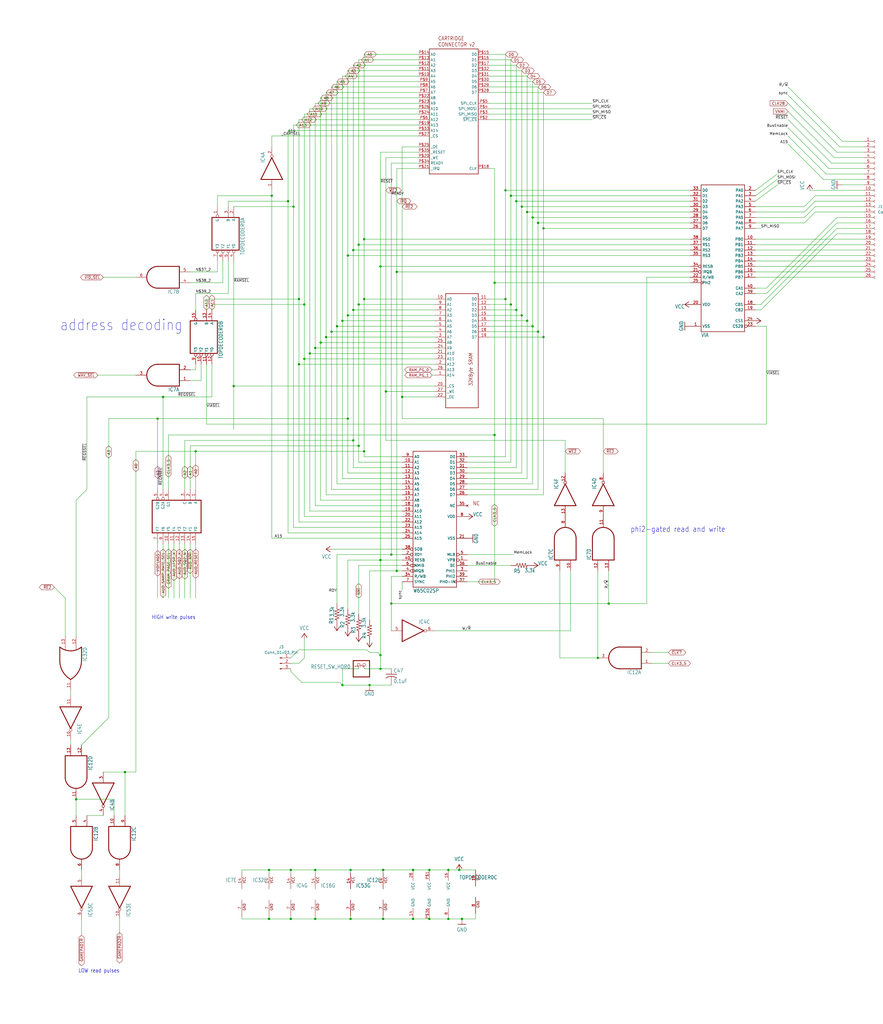
<source format=kicad_sch>
(kicad_sch (version 20230121) (generator eeschema)
  (paper "User" 412.699 478.282)
  (lib_symbols
    (symbol "Connector:Conn_01x03_Pin" (pin_names (offset 1.016) hide)
      (property "Reference" "J" (at 0 5.08 0))
      (property "Value" "Conn_01x03_Pin" (at 0 -5.08 0))
      (symbol "Conn_01x03_Pin_1_1"
        (pin passive line (at 5.08 2.54 180) (length 3.81) (name "Pin_1") (number "1"))
        (pin passive line (at 5.08 0 180) (length 3.81) (name "Pin_2") (number "2"))
        (pin passive line (at 5.08 -2.54 180) (length 3.81) (name "Pin_3") (number "3"))
      )
    )
    (symbol "Connector:Conn_01x26_Socket" (pin_names (offset 1.016) hide)
      (property "Reference" "J" (at 0 33.02 0))
      (property "Value" "Conn_01x26_Socket" (at 0 -35.56 0))
      (symbol "Conn_01x26_Socket_1_1"
        (pin passive line (at -5.08 30.48 0) (length 3.81) (name "Pin_1") (number "1"))
        (pin passive line (at -5.08 7.62 0) (length 3.81) (name "Pin_10") (number "10"))
        (pin passive line (at -5.08 5.08 0) (length 3.81) (name "Pin_11") (number "11"))
        (pin passive line (at -5.08 2.54 0) (length 3.81) (name "Pin_12") (number "12"))
        (pin passive line (at -5.08 0 0) (length 3.81) (name "Pin_13") (number "13"))
        (pin passive line (at -5.08 -2.54 0) (length 3.81) (name "Pin_14") (number "14"))
        (pin passive line (at -5.08 -5.08 0) (length 3.81) (name "Pin_15") (number "15"))
        (pin passive line (at -5.08 -7.62 0) (length 3.81) (name "Pin_16") (number "16"))
        (pin passive line (at -5.08 -10.16 0) (length 3.81) (name "Pin_17") (number "17"))
        (pin passive line (at -5.08 -12.7 0) (length 3.81) (name "Pin_18") (number "18"))
        (pin passive line (at -5.08 -15.24 0) (length 3.81) (name "Pin_19") (number "19"))
        (pin passive line (at -5.08 27.94 0) (length 3.81) (name "Pin_2") (number "2"))
        (pin passive line (at -5.08 -17.78 0) (length 3.81) (name "Pin_20") (number "20"))
        (pin passive line (at -5.08 -20.32 0) (length 3.81) (name "Pin_21") (number "21"))
        (pin passive line (at -5.08 -22.86 0) (length 3.81) (name "Pin_22") (number "22"))
        (pin passive line (at -5.08 -25.4 0) (length 3.81) (name "Pin_23") (number "23"))
        (pin passive line (at -5.08 -27.94 0) (length 3.81) (name "Pin_24") (number "24"))
        (pin passive line (at -5.08 -30.48 0) (length 3.81) (name "Pin_25") (number "25"))
        (pin passive line (at -5.08 -33.02 0) (length 3.81) (name "Pin_26") (number "26"))
        (pin passive line (at -5.08 25.4 0) (length 3.81) (name "Pin_3") (number "3"))
        (pin passive line (at -5.08 22.86 0) (length 3.81) (name "Pin_4") (number "4"))
        (pin passive line (at -5.08 20.32 0) (length 3.81) (name "Pin_5") (number "5"))
        (pin passive line (at -5.08 17.78 0) (length 3.81) (name "Pin_6") (number "6"))
        (pin passive line (at -5.08 15.24 0) (length 3.81) (name "Pin_7") (number "7"))
        (pin passive line (at -5.08 12.7 0) (length 3.81) (name "Pin_8") (number "8"))
        (pin passive line (at -5.08 10.16 0) (length 3.81) (name "Pin_9") (number "9"))
      )
    )
    (symbol "cpu-blitter-inputs-eagle-import:7404N"
      (property "Reference" "IC" (at -0.635 -0.635 0))
      (symbol "7404N_1_0"
        (pin input line (at -10.16 0 0) (length 5.08) (name "I") (number "1"))
        (pin output inverted (at 10.16 0 180) (length 5.08) (name "O") (number "2"))
      )
      (symbol "7404N_2_0"
        (pin input line (at -10.16 0 0) (length 5.08) (name "I") (number "3"))
        (pin output inverted (at 10.16 0 180) (length 5.08) (name "O") (number "4"))
      )
      (symbol "7404N_3_0"
        (pin input line (at -10.16 0 0) (length 5.08) (name "I") (number "5"))
        (pin output inverted (at 10.16 0 180) (length 5.08) (name "O") (number "6"))
      )
      (symbol "7404N_4_0"
        (pin output inverted (at 10.16 0 180) (length 5.08) (name "O") (number "8"))
        (pin input line (at -10.16 0 0) (length 5.08) (name "I") (number "9"))
      )
      (symbol "7404N_5_0"
        (pin output inverted (at 10.16 0 180) (length 5.08) (name "O") (number "10"))
        (pin input line (at -10.16 0 0) (length 5.08) (name "I") (number "11"))
      )
      (symbol "7404N_6_0"
        (pin output inverted (at 10.16 0 180) (length 5.08) (name "O") (number "12"))
        (pin input line (at -10.16 0 0) (length 5.08) (name "I") (number "13"))
      )
      (symbol "7404N_7_0"
        (text "GND" (at 1.905 -7.62 900) (effects (font (size 1.27 1.0795)) (justify left bottom)))
        (text "VCC" (at 1.905 5.08 900) (effects (font (size 1.27 1.0795)) (justify left bottom)))
        (pin power_in line (at 0 10.16 270) (length 7.62) (name "VCC") (number "14"))
        (pin power_in line (at 0 -10.16 90) (length 7.62) (name "GND") (number "7"))
      )
    )
    (symbol "cpu-blitter-inputs-eagle-import:7408N"
      (property "Reference" "IC" (at -0.635 -0.635 0))
      (symbol "7408N_1_0"
        (pin input line (at -12.7 2.54 0) (length 5.08) (name "I0") (number "1"))
        (pin input line (at -12.7 -2.54 0) (length 5.08) (name "I1") (number "2"))
        (pin output line (at 12.7 0 180) (length 5.08) (name "O") (number "3"))
      )
      (symbol "7408N_2_0"
        (pin input line (at -12.7 2.54 0) (length 5.08) (name "I0") (number "4"))
        (pin input line (at -12.7 -2.54 0) (length 5.08) (name "I1") (number "5"))
        (pin output line (at 12.7 0 180) (length 5.08) (name "O") (number "6"))
      )
      (symbol "7408N_3_0"
        (pin input line (at -12.7 -2.54 0) (length 5.08) (name "I1") (number "10"))
        (pin output line (at 12.7 0 180) (length 5.08) (name "O") (number "8"))
        (pin input line (at -12.7 2.54 0) (length 5.08) (name "I0") (number "9"))
      )
      (symbol "7408N_4_0"
        (pin output line (at 12.7 0 180) (length 5.08) (name "O") (number "11"))
        (pin input line (at -12.7 2.54 0) (length 5.08) (name "I0") (number "12"))
        (pin input line (at -12.7 -2.54 0) (length 5.08) (name "I1") (number "13"))
      )
      (symbol "7408N_5_0"
        (text "GND" (at 1.905 -7.62 900) (effects (font (size 1.27 1.0795)) (justify left bottom)))
        (text "VCC" (at 1.905 5.08 900) (effects (font (size 1.27 1.0795)) (justify left bottom)))
        (pin power_in line (at 0 10.16 270) (length 7.62) (name "VCC") (number "14"))
        (pin power_in line (at 0 -10.16 90) (length 7.62) (name "GND") (number "7"))
      )
    )
    (symbol "cpu-blitter-inputs-eagle-import:74139N"
      (property "Reference" "IC" (at -0.635 -0.635 0))
      (symbol "74139N_1_0"
        (pin input inverted (at -12.7 -5.08 0) (length 5.08) (name "G") (number "1"))
        (pin input line (at -12.7 2.54 0) (length 5.08) (name "A") (number "2"))
        (pin input line (at -12.7 0 0) (length 5.08) (name "B") (number "3"))
        (pin output inverted (at 12.7 2.54 180) (length 5.08) (name "Y0") (number "4"))
        (pin output inverted (at 12.7 0 180) (length 5.08) (name "Y1") (number "5"))
        (pin output inverted (at 12.7 -2.54 180) (length 5.08) (name "Y2") (number "6"))
        (pin output inverted (at 12.7 -5.08 180) (length 5.08) (name "Y3") (number "7"))
      )
      (symbol "74139N_2_0"
        (pin output inverted (at 12.7 -2.54 180) (length 5.08) (name "Y2") (number "10"))
        (pin output inverted (at 12.7 0 180) (length 5.08) (name "Y1") (number "11"))
        (pin output inverted (at 12.7 2.54 180) (length 5.08) (name "Y0") (number "12"))
        (pin input line (at -12.7 0 0) (length 5.08) (name "B") (number "13"))
        (pin input line (at -12.7 2.54 0) (length 5.08) (name "A") (number "14"))
        (pin input inverted (at -12.7 -5.08 0) (length 5.08) (name "G") (number "15"))
        (pin output inverted (at 12.7 -5.08 180) (length 5.08) (name "Y3") (number "9"))
      )
      (symbol "74139N_3_0"
        (text "GND" (at 1.905 -7.62 900) (effects (font (size 1.27 1.0795)) (justify left bottom)))
        (text "VCC" (at 1.905 5.08 900) (effects (font (size 1.27 1.0795)) (justify left bottom)))
        (pin power_in line (at 0 10.16 270) (length 7.62) (name "VCC") (number "16"))
        (pin power_in line (at 0 -10.16 90) (length 7.62) (name "GND") (number "8"))
      )
    )
    (symbol "cpu-blitter-inputs-eagle-import:7432N"
      (property "Reference" "IC" (at -0.635 -0.635 0))
      (symbol "7432N_1_0"
        (pin input line (at -12.7 2.54 0) (length 5.08) (name "I0") (number "1"))
        (pin input line (at -12.7 -2.54 0) (length 5.08) (name "I1") (number "2"))
        (pin output line (at 12.7 0 180) (length 5.08) (name "O") (number "3"))
      )
      (symbol "7432N_2_0"
        (pin input line (at -12.7 2.54 0) (length 5.08) (name "I0") (number "4"))
        (pin input line (at -12.7 -2.54 0) (length 5.08) (name "I1") (number "5"))
        (pin output line (at 12.7 0 180) (length 5.08) (name "O") (number "6"))
      )
      (symbol "7432N_3_0"
        (pin input line (at -12.7 -2.54 0) (length 5.08) (name "I1") (number "10"))
        (pin output line (at 12.7 0 180) (length 5.08) (name "O") (number "8"))
        (pin input line (at -12.7 2.54 0) (length 5.08) (name "I0") (number "9"))
      )
      (symbol "7432N_4_0"
        (pin output line (at 12.7 0 180) (length 5.08) (name "O") (number "11"))
        (pin input line (at -12.7 2.54 0) (length 5.08) (name "I0") (number "12"))
        (pin input line (at -12.7 -2.54 0) (length 5.08) (name "I1") (number "13"))
      )
      (symbol "7432N_5_0"
        (text "GND" (at 1.905 -7.62 900) (effects (font (size 1.27 1.0795)) (justify left bottom)))
        (text "VCC" (at 1.905 5.08 900) (effects (font (size 1.27 1.0795)) (justify left bottom)))
        (pin power_in line (at 0 10.16 270) (length 7.62) (name "VCC") (number "14"))
        (pin power_in line (at 0 -10.16 90) (length 7.62) (name "GND") (number "7"))
      )
    )
    (symbol "cpu-blitter-inputs-eagle-import:74HC238"
      (symbol "74HC238_1_0"
        (pin power_in line (at 0 12.7 270) (length 5.08) (name "VCC") (number "16"))
        (pin power_in line (at 0 -10.16 90) (length 5.08) (name "GND") (number "8"))
      )
      (symbol "74HC238_2_0"
        (pin input line (at -15.24 7.62 0) (length 5.08) (name "A") (number "1"))
        (pin output line (at 10.16 -5.08 180) (length 5.08) (name "Y5") (number "10"))
        (pin output line (at 10.16 -2.54 180) (length 5.08) (name "Y4") (number "11"))
        (pin output line (at 10.16 0 180) (length 5.08) (name "Y3") (number "12"))
        (pin output line (at 10.16 2.54 180) (length 5.08) (name "Y2") (number "13"))
        (pin output line (at 10.16 5.08 180) (length 5.08) (name "Y1") (number "14"))
        (pin output line (at 10.16 7.62 180) (length 5.08) (name "Y0") (number "15"))
        (pin input line (at -15.24 5.08 0) (length 5.08) (name "B") (number "2"))
        (pin input line (at -15.24 2.54 0) (length 5.08) (name "C") (number "3"))
        (pin input inverted (at -15.24 -7.62 0) (length 5.08) (name "G2A") (number "4"))
        (pin input inverted (at -15.24 -10.16 0) (length 5.08) (name "G2B") (number "5"))
        (pin input line (at -15.24 -5.08 0) (length 5.08) (name "G1") (number "6"))
        (pin output line (at 10.16 -10.16 180) (length 5.08) (name "Y7") (number "7"))
        (pin output line (at 10.16 -7.62 180) (length 5.08) (name "Y6") (number "9"))
      )
    )
    (symbol "cpu-blitter-inputs-eagle-import:C-US025-024X044"
      (property "Reference" "C" (at 1.016 0.635 0))
      (symbol "C-US025-024X044_1_0"
        (pin passive line (at 0 2.54 270) (length 2.54) (name "1") (number "1"))
        (pin passive line (at 0 -5.08 90) (length 2.54) (name "2") (number "2"))
      )
    )
    (symbol "cpu-blitter-inputs-eagle-import:G65SC22P"
      (symbol "G65SC22P_1_0"
        (pin power_in line (at -15.24 -38.1 0) (length 5.08) (name "VSS") (number "1"))
        (pin bidirectional line (at 15.24 2.54 180) (length 5.08) (name "PB0") (number "10"))
        (pin bidirectional line (at 15.24 0 180) (length 5.08) (name "PB1") (number "11"))
        (pin bidirectional line (at 15.24 -2.54 180) (length 5.08) (name "PB2") (number "12"))
        (pin bidirectional line (at 15.24 -5.08 180) (length 5.08) (name "PB3") (number "13"))
        (pin bidirectional line (at 15.24 -7.62 180) (length 5.08) (name "PB4") (number "14"))
        (pin bidirectional line (at 15.24 -10.16 180) (length 5.08) (name "PB5") (number "15"))
        (pin bidirectional line (at 15.24 -12.7 180) (length 5.08) (name "PB6") (number "16"))
        (pin bidirectional line (at 15.24 -15.24 180) (length 5.08) (name "PB7") (number "17"))
        (pin bidirectional line (at 15.24 -27.94 180) (length 5.08) (name "CB1") (number "18"))
        (pin bidirectional line (at 15.24 -30.48 180) (length 5.08) (name "CB2") (number "19"))
        (pin bidirectional line (at 15.24 25.4 180) (length 5.08) (name "PA0") (number "2"))
        (pin power_in line (at -15.24 -27.94 0) (length 5.08) (name "VDD") (number "20"))
        (pin output inverted (at -15.24 -12.7 0) (length 5.08) (name "IRQB") (number "21"))
        (pin input line (at -15.24 -15.24 0) (length 5.08) (name "R/WB") (number "22"))
        (pin input inverted (at 15.24 -38.1 180) (length 5.08) (name "CS2B") (number "23"))
        (pin input line (at 15.24 -35.56 180) (length 5.08) (name "CS1") (number "24"))
        (pin input clock (at -15.24 -17.78 0) (length 5.08) (name "PH2") (number "25"))
        (pin bidirectional line (at -15.24 7.62 0) (length 5.08) (name "D7") (number "26"))
        (pin bidirectional line (at -15.24 10.16 0) (length 5.08) (name "D6") (number "27"))
        (pin bidirectional line (at -15.24 12.7 0) (length 5.08) (name "D5") (number "28"))
        (pin bidirectional line (at -15.24 15.24 0) (length 5.08) (name "D4") (number "29"))
        (pin bidirectional line (at 15.24 22.86 180) (length 5.08) (name "PA1") (number "3"))
        (pin bidirectional line (at -15.24 17.78 0) (length 5.08) (name "D3") (number "30"))
        (pin bidirectional line (at -15.24 20.32 0) (length 5.08) (name "D2") (number "31"))
        (pin bidirectional line (at -15.24 22.86 0) (length 5.08) (name "D1") (number "32"))
        (pin bidirectional line (at -15.24 25.4 0) (length 5.08) (name "D0") (number "33"))
        (pin input inverted (at -15.24 -10.16 0) (length 5.08) (name "RESB") (number "34"))
        (pin input line (at -15.24 -5.08 0) (length 5.08) (name "RS3") (number "35"))
        (pin input line (at -15.24 -2.54 0) (length 5.08) (name "RS2") (number "36"))
        (pin input line (at -15.24 0 0) (length 5.08) (name "RS1") (number "37"))
        (pin input line (at -15.24 2.54 0) (length 5.08) (name "RS0") (number "38"))
        (pin bidirectional line (at 15.24 -22.86 180) (length 5.08) (name "CA2") (number "39"))
        (pin bidirectional line (at 15.24 20.32 180) (length 5.08) (name "PA2") (number "4"))
        (pin bidirectional line (at 15.24 -20.32 180) (length 5.08) (name "CA1") (number "40"))
        (pin bidirectional line (at 15.24 17.78 180) (length 5.08) (name "PA3") (number "5"))
        (pin bidirectional line (at 15.24 15.24 180) (length 5.08) (name "PA4") (number "6"))
        (pin bidirectional line (at 15.24 12.7 180) (length 5.08) (name "PA5") (number "7"))
        (pin bidirectional line (at 15.24 10.16 180) (length 5.08) (name "PA6") (number "8"))
        (pin bidirectional line (at 15.24 7.62 180) (length 5.08) (name "PA7") (number "9"))
      )
    )
    (symbol "cpu-blitter-inputs-eagle-import:GND" (power)
      (property "Value" "GND" (at -2.54 -2.54 0))
      (symbol "GND_1_0"
        (pin power_in line (at 0 2.54 270) (length 2.54) (name "GND") (number "1"))
      )
    )
    (symbol "cpu-blitter-inputs-eagle-import:GT_CART3GT_SLOT"
      (symbol "GT_CART3GT_SLOT_1_0"
        (pin power_in line (at 0 12.7 270) (length 5.08) (name "VCC") (number "P$1"))
        (pin power_in line (at 0 -10.16 90) (length 5.08) (name "GND") (number "P$36"))
      )
      (symbol "GT_CART3GT_SLOT_2_0"
        (text "CARTRIDGE\nCONNECTOR v2" (at -6.096 23.876 0) (effects (font (size 1.778 1.5113)) (justify left bottom)))
        (pin bidirectional line (at -15.24 10.16 0) (length 5.08) (name "A4") (number "P$10"))
        (pin bidirectional line (at -15.24 12.7 0) (length 5.08) (name "A3") (number "P$11"))
        (pin bidirectional line (at -15.24 15.24 0) (length 5.08) (name "A2") (number "P$12"))
        (pin bidirectional line (at -15.24 17.78 0) (length 5.08) (name "A1") (number "P$13"))
        (pin bidirectional line (at -15.24 20.32 0) (length 5.08) (name "A0") (number "P$14"))
        (pin bidirectional line (at 17.78 20.32 180) (length 5.08) (name "D0") (number "P$15"))
        (pin bidirectional line (at 17.78 17.78 180) (length 5.08) (name "D1") (number "P$16"))
        (pin bidirectional line (at 17.78 15.24 180) (length 5.08) (name "D2") (number "P$17"))
        (pin bidirectional line (at 17.78 -33.02 180) (length 5.08) (name "CLK") (number "P$18"))
        (pin bidirectional line (at -15.24 -12.7 0) (length 5.08) (name "A13") (number "P$19"))
        (pin bidirectional line (at 17.78 -10.16 180) (length 5.08) (name "~{SPI_CS}") (number "P$2"))
        (pin bidirectional line (at -15.24 -27.94 0) (length 5.08) (name "_WE") (number "P$20"))
        (pin bidirectional line (at -15.24 -33.02 0) (length 5.08) (name "_IRQ") (number "P$21"))
        (pin bidirectional line (at -15.24 0 0) (length 5.08) (name "A8") (number "P$22"))
        (pin bidirectional line (at -15.24 -2.54 0) (length 5.08) (name "A9") (number "P$23"))
        (pin bidirectional line (at -15.24 -7.62 0) (length 5.08) (name "A11") (number "P$24"))
        (pin bidirectional line (at -15.24 -22.86 0) (length 5.08) (name "_OE") (number "P$25"))
        (pin bidirectional line (at -15.24 -5.08 0) (length 5.08) (name "A10") (number "P$26"))
        (pin bidirectional line (at -15.24 -17.78 0) (length 5.08) (name "_CS") (number "P$27"))
        (pin bidirectional line (at 17.78 2.54 180) (length 5.08) (name "D7") (number "P$28"))
        (pin bidirectional line (at 17.78 5.08 180) (length 5.08) (name "D6") (number "P$29"))
        (pin bidirectional line (at 17.78 -7.62 180) (length 5.08) (name "SPI_MISO") (number "P$3"))
        (pin bidirectional line (at 17.78 7.62 180) (length 5.08) (name "D5") (number "P$30"))
        (pin bidirectional line (at 17.78 10.16 180) (length 5.08) (name "D4") (number "P$31"))
        (pin bidirectional line (at 17.78 12.7 180) (length 5.08) (name "D3") (number "P$32"))
        (pin bidirectional line (at -15.24 -15.24 0) (length 5.08) (name "A14") (number "P$33"))
        (pin bidirectional line (at -15.24 -30.48 0) (length 5.08) (name "READY") (number "P$34"))
        (pin bidirectional line (at -15.24 -25.4 0) (length 5.08) (name "_RESET") (number "P$35"))
        (pin bidirectional line (at 17.78 -5.08 180) (length 5.08) (name "SPI_MOSI") (number "P$4"))
        (pin bidirectional line (at 17.78 -2.54 180) (length 5.08) (name "SPI_CLK") (number "P$5"))
        (pin bidirectional line (at -15.24 -10.16 0) (length 5.08) (name "A12") (number "P$6"))
        (pin bidirectional line (at -15.24 2.54 0) (length 5.08) (name "A7") (number "P$7"))
        (pin bidirectional line (at -15.24 5.08 0) (length 5.08) (name "A6") (number "P$8"))
        (pin bidirectional line (at -15.24 7.62 0) (length 5.08) (name "A5") (number "P$9"))
      )
    )
    (symbol "cpu-blitter-inputs-eagle-import:PINHD-1X2"
      (property "Reference" "JP" (at -6.35 5.715 0))
      (symbol "PINHD-1X2_1_0"
        (pin passive inverted (at -2.54 2.54 0) (length 2.54) (name "1") (number "1"))
        (pin passive inverted (at -2.54 0 0) (length 2.54) (name "2") (number "2"))
      )
    )
    (symbol "cpu-blitter-inputs-eagle-import:R-US_0207/10"
      (property "Reference" "R" (at -3.81 1.4986 0))
      (symbol "R-US_0207/10_1_0"
        (pin passive line (at -5.08 0 0) (length 2.54) (name "1") (number "1"))
        (pin passive line (at 5.08 0 180) (length 2.54) (name "2") (number "2"))
      )
    )
    (symbol "cpu-blitter-inputs-eagle-import:SRAM_32K"
      (symbol "SRAM_32K_1_0"
        (text "32KByte SRAM" (at 5.08 -17.78 900) (effects (font (size 1.6764 1.4249)) (justify left bottom)))
        (pin bidirectional line (at -12.7 -12.7 0) (length 5.08) (name "A14") (number "1"))
        (pin bidirectional line (at -12.7 22.86 0) (length 5.08) (name "A0") (number "10"))
        (pin bidirectional line (at 12.7 22.86 180) (length 5.08) (name "D0") (number "11"))
        (pin bidirectional line (at 12.7 20.32 180) (length 5.08) (name "D1") (number "12"))
        (pin bidirectional line (at 12.7 17.78 180) (length 5.08) (name "D2") (number "13"))
        (pin bidirectional line (at 12.7 15.24 180) (length 5.08) (name "D3") (number "15"))
        (pin bidirectional line (at 12.7 12.7 180) (length 5.08) (name "D4") (number "16"))
        (pin bidirectional line (at 12.7 10.16 180) (length 5.08) (name "D5") (number "17"))
        (pin bidirectional line (at 12.7 7.62 180) (length 5.08) (name "D6") (number "18"))
        (pin bidirectional line (at 12.7 5.08 180) (length 5.08) (name "D7") (number "19"))
        (pin bidirectional line (at -12.7 -7.62 0) (length 5.08) (name "A12") (number "2"))
        (pin bidirectional line (at -12.7 -17.78 0) (length 5.08) (name "_CS") (number "20"))
        (pin bidirectional line (at -12.7 -2.54 0) (length 5.08) (name "A10") (number "21"))
        (pin bidirectional line (at -12.7 -22.86 0) (length 5.08) (name "_OE") (number "22"))
        (pin bidirectional line (at -12.7 -5.08 0) (length 5.08) (name "A11") (number "23"))
        (pin bidirectional line (at -12.7 0 0) (length 5.08) (name "A9") (number "24"))
        (pin bidirectional line (at -12.7 2.54 0) (length 5.08) (name "A8") (number "25"))
        (pin bidirectional line (at -12.7 -10.16 0) (length 5.08) (name "A13") (number "26"))
        (pin bidirectional line (at -12.7 -20.32 0) (length 5.08) (name "_WE") (number "27"))
        (pin bidirectional line (at -12.7 5.08 0) (length 5.08) (name "A7") (number "3"))
        (pin bidirectional line (at -12.7 7.62 0) (length 5.08) (name "A6") (number "4"))
        (pin bidirectional line (at -12.7 10.16 0) (length 5.08) (name "A5") (number "5"))
        (pin bidirectional line (at -12.7 12.7 0) (length 5.08) (name "A4") (number "6"))
        (pin bidirectional line (at -12.7 15.24 0) (length 5.08) (name "A3") (number "7"))
        (pin bidirectional line (at -12.7 17.78 0) (length 5.08) (name "A2") (number "8"))
        (pin bidirectional line (at -12.7 20.32 0) (length 5.08) (name "A1") (number "9"))
      )
      (symbol "SRAM_32K_2_0"
        (pin power_in line (at 0 -10.16 90) (length 5.08) (name "GND") (number "14"))
        (pin power_in line (at 0 12.7 270) (length 5.08) (name "VCC") (number "28"))
      )
    )
    (symbol "cpu-blitter-inputs-eagle-import:VCC" (power)
      (property "Value" "VCC" (at -2.54 -2.54 90))
      (symbol "VCC_1_0"
        (pin power_in line (at 0 -2.54 90) (length 2.54) (name "VCC") (number "1"))
      )
    )
    (symbol "cpu-blitter-inputs-eagle-import:W65C02SP"
      (symbol "W65C02SP_1_0"
        (text "NC" (at 17.78 0 0) (effects (font (size 1.778 1.5113)) (justify left bottom)))
        (pin output inverted (at 15.24 -25.4 180) (length 5.08) (name "VPB") (number "1"))
        (pin bidirectional line (at -15.24 20.32 0) (length 5.08) (name "A1") (number "10"))
        (pin bidirectional line (at -15.24 17.78 0) (length 5.08) (name "A2") (number "11"))
        (pin bidirectional line (at -15.24 15.24 0) (length 5.08) (name "A3") (number "12"))
        (pin bidirectional line (at -15.24 12.7 0) (length 5.08) (name "A4") (number "13"))
        (pin bidirectional line (at -15.24 10.16 0) (length 5.08) (name "A5") (number "14"))
        (pin bidirectional line (at -15.24 7.62 0) (length 5.08) (name "A6") (number "15"))
        (pin bidirectional line (at -15.24 5.08 0) (length 5.08) (name "A7") (number "16"))
        (pin bidirectional line (at -15.24 2.54 0) (length 5.08) (name "A8") (number "17"))
        (pin bidirectional line (at -15.24 0 0) (length 5.08) (name "A9") (number "18"))
        (pin bidirectional line (at -15.24 -2.54 0) (length 5.08) (name "A10") (number "19"))
        (pin bidirectional inverted (at -15.24 -22.86 0) (length 5.08) (name "RDY") (number "2"))
        (pin bidirectional line (at -15.24 -5.08 0) (length 5.08) (name "A11") (number "20"))
        (pin power_in line (at 15.24 -15.24 180) (length 5.08) (name "VSS") (number "21"))
        (pin bidirectional line (at -15.24 -7.62 0) (length 5.08) (name "A12") (number "22"))
        (pin bidirectional line (at -15.24 -10.16 0) (length 5.08) (name "A13") (number "23"))
        (pin bidirectional line (at -15.24 -12.7 0) (length 5.08) (name "A14") (number "24"))
        (pin bidirectional line (at -15.24 -15.24 0) (length 5.08) (name "A15") (number "25"))
        (pin bidirectional line (at 15.24 5.08 180) (length 5.08) (name "D7") (number "26"))
        (pin bidirectional line (at 15.24 7.62 180) (length 5.08) (name "D6") (number "27"))
        (pin bidirectional line (at 15.24 10.16 180) (length 5.08) (name "D5") (number "28"))
        (pin bidirectional line (at 15.24 12.7 180) (length 5.08) (name "D4") (number "29"))
        (pin output line (at 15.24 -30.48 180) (length 5.08) (name "PHI1") (number "3"))
        (pin bidirectional line (at 15.24 15.24 180) (length 5.08) (name "D3") (number "30"))
        (pin bidirectional line (at 15.24 17.78 180) (length 5.08) (name "D2") (number "31"))
        (pin bidirectional line (at 15.24 20.32 180) (length 5.08) (name "D1") (number "32"))
        (pin bidirectional line (at 15.24 22.86 180) (length 5.08) (name "D0") (number "33"))
        (pin output line (at -15.24 -33.02 0) (length 5.08) (name "R/WB") (number "34"))
        (pin no_connect line (at 15.24 0 180) (length 5.08) (name "NC") (number "35"))
        (pin input line (at 15.24 -27.94 180) (length 5.08) (name "BE") (number "36"))
        (pin input clock (at 15.24 -35.56 180) (length 5.08) (name "PH0-IN") (number "37"))
        (pin input inverted (at -15.24 -20.32 0) (length 5.08) (name "SOB") (number "38"))
        (pin output line (at 15.24 -33.02 180) (length 5.08) (name "PHI2") (number "39"))
        (pin input inverted_clock (at -15.24 -30.48 0) (length 5.08) (name "IRQB") (number "4"))
        (pin input inverted (at -15.24 -25.4 0) (length 5.08) (name "RESB") (number "40"))
        (pin output inverted (at 15.24 -22.86 180) (length 5.08) (name "MLB") (number "5"))
        (pin input inverted_clock (at -15.24 -27.94 0) (length 5.08) (name "NMIB") (number "6"))
        (pin output line (at -15.24 -35.56 0) (length 5.08) (name "SYNC") (number "7"))
        (pin power_in line (at 15.24 -5.08 180) (length 5.08) (name "VDD") (number "8"))
        (pin bidirectional line (at -15.24 22.86 0) (length 5.08) (name "A0") (number "9"))
      )
    )
  )
  (junction (at 163.83 429.26))
  (junction (at 154.94 154.94))
  (junction (at 76.2 185.42))
  (junction (at 214.63 406.4))
  (junction (at 162.56 147.32))
  (junction (at 236.22 88.9))
  (junction (at 231.14 203.2))
  (junction (at 177.8 312.42))
  (junction (at 73.66 195.58))
  (junction (at 152.4 157.48))
  (junction (at 279.4 307.34))
  (junction (at 200.66 406.4))
  (junction (at 193.04 429.26))
  (junction (at 91.44 210.82))
  (junction (at 142.24 167.64))
  (junction (at 139.7 139.7))
  (junction (at 193.04 406.4))
  (junction (at 170.18 139.7))
  (junction (at 185.42 266.7))
  (junction (at 170.18 111.76))
  (junction (at 248.92 101.6))
  (junction (at 144.78 165.1))
  (junction (at 179.07 406.4))
  (junction (at 241.3 93.98))
  (junction (at 254 106.68))
  (junction (at 157.48 152.4))
  (junction (at 248.92 152.4))
  (junction (at 35.56 373.38))
  (junction (at 58.42 360.68))
  (junction (at 177.8 124.46))
  (junction (at 251.46 154.94))
  (junction (at 185.42 127))
  (junction (at 215.9 429.26))
  (junction (at 236.22 139.7))
  (junction (at 162.56 195.58))
  (junction (at 170.18 210.82))
  (junction (at 147.32 429.26))
  (junction (at 172.72 320.04))
  (junction (at 231.14 132.08))
  (junction (at 142.24 142.24))
  (junction (at 165.1 144.78))
  (junction (at 160.02 320.04))
  (junction (at 147.32 406.4))
  (junction (at 284.48 281.94))
  (junction (at 167.64 142.24))
  (junction (at 127 91.44))
  (junction (at 182.88 259.08))
  (junction (at 187.96 185.42))
  (junction (at 209.55 429.26))
  (junction (at 238.76 142.24))
  (junction (at 180.34 182.88))
  (junction (at 147.32 162.56))
  (junction (at 137.16 96.52))
  (junction (at 125.73 406.4))
  (junction (at 251.46 104.14))
  (junction (at 167.64 114.3))
  (junction (at 246.38 99.06))
  (junction (at 163.83 406.4))
  (junction (at 179.07 429.26))
  (junction (at 162.56 119.38))
  (junction (at 135.89 429.26))
  (junction (at 167.64 208.28))
  (junction (at 135.89 406.4))
  (junction (at 182.88 281.94))
  (junction (at 254 157.48))
  (junction (at 209.55 406.4))
  (junction (at 241.3 144.78))
  (junction (at 149.86 160.02))
  (junction (at 238.76 91.44))
  (junction (at 200.66 429.26))
  (junction (at 177.8 306.07))
  (junction (at 243.84 147.32))
  (junction (at 246.38 149.86))
  (junction (at 109.22 180.34))
  (junction (at 243.84 96.52))
  (junction (at 165.1 116.84))
  (junction (at 160.02 149.86))
  (junction (at 177.8 261.62))
  (junction (at 134.62 93.98))
  (junction (at 139.7 170.18))
  (junction (at 165.1 205.74))
  (junction (at 125.73 429.26))
  (wire (pts (xy 248.92 101.6) (xy 248.92 152.4)) (stroke (width 0.1524)))
  (wire (pts (xy 91.44 228.6) (xy 91.44 210.82)) (stroke (width 0.1524)))
  (wire (pts (xy 144.78 165.1) (xy 144.78 238.76)) (stroke (width 0.1524)))
  (wire (pts (xy 187.96 266.7) (xy 185.42 266.7)) (stroke (width 0.1524)))
  (wire (pts (xy 158.75 318.77) (xy 160.02 320.04)))
  (wire (pts (xy 203.2 294.64) (xy 266.7 294.64)) (stroke (width 0.1524)))
  (wire (pts (xy 203.2 172.72) (xy 201.93 172.72)) (stroke (width 0.1524)))
  (wire (pts (xy 88.9 208.28) (xy 167.64 208.28)) (stroke (width 0.1524)))
  (wire (pts (xy 203.2 152.4) (xy 157.48 152.4)) (stroke (width 0.1524)))
  (wire (pts (xy 322.58 99.06) (xy 246.38 99.06)) (stroke (width 0.1524)))
  (wire (pts (xy 163.83 406.4) (xy 179.07 406.4)))
  (wire (pts (xy 182.88 259.08) (xy 182.88 76.2)) (stroke (width 0.1524)))
  (wire (pts (xy 86.36 228.6) (xy 86.36 205.74)) (stroke (width 0.1524)))
  (wire (pts (xy 78.74 228.6) (xy 78.74 203.2)) (stroke (width 0.1524)))
  (wire (pts (xy 353.06 134.62) (xy 358.14 134.62)))
  (wire (pts (xy 391.16 101.6) (xy 403.86 101.6)))
  (wire (pts (xy 363.22 86.36) (xy 353.06 93.98)) (stroke (width 0.1524)))
  (wire (pts (xy 203.2 182.88) (xy 180.34 182.88)) (stroke (width 0.1524)))
  (wire (pts (xy 35.56 373.38) (xy 35.56 381)) (stroke (width 0.1524)))
  (wire (pts (xy 243.84 96.52) (xy 243.84 147.32)) (stroke (width 0.1524)))
  (wire (pts (xy 33.02 322.58) (xy 33.02 325.12)) (stroke (width 0.1524)))
  (wire (pts (xy 386.08 81.28) (xy 368.3 63.5)))
  (wire (pts (xy 88.9 279.4) (xy 88.9 254)) (stroke (width 0.1524)))
  (wire (pts (xy 172.72 266.7) (xy 172.72 289.56)) (stroke (width 0.1524)))
  (wire (pts (xy 170.18 312.42) (xy 177.8 312.42)) (stroke (width 0.1524)))
  (wire (pts (xy 281.94 195.58) (xy 281.94 220.98)) (stroke (width 0.1524)))
  (wire (pts (xy 238.76 27.94) (xy 238.76 91.44)) (stroke (width 0.1524)))
  (wire (pts (xy 228.6 43.18) (xy 254 43.18)) (stroke (width 0.1524)))
  (wire (pts (xy 353.06 96.52) (xy 375.92 96.52)))
  (wire (pts (xy 135.89 313.69) (xy 140.97 318.77)))
  (wire (pts (xy 113.03 407.67) (xy 113.03 406.4)))
  (wire (pts (xy 393.7 66.04) (xy 368.3 40.64)))
  (wire (pts (xy 195.58 25.4) (xy 170.18 25.4)) (stroke (width 0.1524)))
  (wire (pts (xy 147.32 429.26) (xy 163.83 429.26)))
  (wire (pts (xy 284.48 281.94) (xy 302.26 281.94)) (stroke (width 0.1524)))
  (wire (pts (xy 322.58 93.98) (xy 241.3 93.98)) (stroke (width 0.1524)))
  (wire (pts (xy 195.58 45.72) (xy 149.86 45.72)) (stroke (width 0.1524)))
  (wire (pts (xy 246.38 149.86) (xy 246.38 223.52)) (stroke (width 0.1524)))
  (wire (pts (xy 172.72 320.04) (xy 182.88 320.04)) (stroke (width 0.1524)))
  (wire (pts (xy 165.1 30.48) (xy 165.1 116.84)) (stroke (width 0.1524)))
  (wire (pts (xy 160.02 223.52) (xy 187.96 223.52)) (stroke (width 0.1524)))
  (wire (pts (xy 322.58 116.84) (xy 165.1 116.84)) (stroke (width 0.1524)))
  (wire (pts (xy 182.88 269.24) (xy 187.96 269.24)) (stroke (width 0.1524)))
  (wire (pts (xy 91.44 137.16) (xy 106.68 137.16)) (stroke (width 0.1524)))
  (wire (pts (xy 142.24 298.45) (xy 142.24 307.34)))
  (wire (pts (xy 167.64 208.28) (xy 167.64 215.9)) (stroke (width 0.1524)))
  (wire (pts (xy 238.76 142.24) (xy 228.6 142.24)) (stroke (width 0.1524)))
  (wire (pts (xy 76.2 185.42) (xy 76.2 228.6)) (stroke (width 0.1524)))
  (wire (pts (xy 187.96 261.62) (xy 177.8 261.62)) (stroke (width 0.1524)))
  (wire (pts (xy 381 93.98) (xy 403.86 93.98)))
  (wire (pts (xy 403.86 68.58) (xy 392.43 68.58)))
  (wire (pts (xy 135.89 407.67) (xy 135.89 406.4)))
  (wire (pts (xy 134.62 248.92) (xy 134.62 93.98)) (stroke (width 0.1524)))
  (wire (pts (xy 33.02 347.98) (xy 33.02 345.44)) (stroke (width 0.1524)))
  (wire (pts (xy 254 43.18) (xy 254 106.68)) (stroke (width 0.1524)))
  (wire (pts (xy 228.6 55.88) (xy 276.86 55.88)) (stroke (width 0.1524)))
  (wire (pts (xy 393.7 86.36) (xy 403.86 86.36)))
  (wire (pts (xy 149.86 233.68) (xy 187.96 233.68)) (stroke (width 0.1524)))
  (wire (pts (xy 165.1 116.84) (xy 165.1 144.78)) (stroke (width 0.1524)))
  (wire (pts (xy 187.96 248.92) (xy 134.62 248.92)) (stroke (width 0.1524)))
  (wire (pts (xy 163.83 407.67) (xy 163.83 406.4)))
  (wire (pts (xy 179.07 406.4) (xy 179.07 407.67)))
  (wire (pts (xy 35.56 297.18) (xy 35.56 233.68)) (stroke (width 0.1524)))
  (wire (pts (xy 353.06 127) (xy 403.86 127)))
  (wire (pts (xy 218.44 213.36) (xy 236.22 213.36)) (stroke (width 0.1524)))
  (wire (pts (xy 195.58 55.88) (xy 139.7 55.88)) (stroke (width 0.1524)))
  (wire (pts (xy 38.1 429.26) (xy 38.1 436.88)) (stroke (width 0.1524)))
  (wire (pts (xy 73.66 195.58) (xy 162.56 195.58)) (stroke (width 0.1524)))
  (wire (pts (xy 157.48 226.06) (xy 187.96 226.06)) (stroke (width 0.1524)))
  (wire (pts (xy 203.2 142.24) (xy 167.64 142.24)) (stroke (width 0.1524)))
  (wire (pts (xy 182.88 294.64) (xy 182.88 281.94)) (stroke (width 0.1524)))
  (wire (pts (xy 218.44 259.08) (xy 240.03 259.08)))
  (wire (pts (xy 391.16 106.68) (xy 403.86 106.68)))
  (wire (pts (xy 165.1 218.44) (xy 187.96 218.44)) (stroke (width 0.1524)))
  (wire (pts (xy 238.76 215.9) (xy 238.76 142.24)) (stroke (width 0.1524)))
  (wire (pts (xy 322.58 127) (xy 185.42 127)) (stroke (width 0.1524)))
  (wire (pts (xy 322.58 119.38) (xy 162.56 119.38)) (stroke (width 0.1524)))
  (wire (pts (xy 236.22 88.9) (xy 236.22 139.7)) (stroke (width 0.1524)))
  (wire (pts (xy 137.16 246.38) (xy 187.96 246.38)) (stroke (width 0.1524)))
  (wire (pts (xy 391.16 109.22) (xy 403.86 109.22)))
  (wire (pts (xy 236.22 139.7) (xy 228.6 139.7)) (stroke (width 0.1524)))
  (wire (pts (xy 144.78 238.76) (xy 187.96 238.76)) (stroke (width 0.1524)))
  (wire (pts (xy 387.35 78.74) (xy 368.3 59.69)))
  (wire (pts (xy 76.2 279.4) (xy 76.2 254)) (stroke (width 0.1524)))
  (wire (pts (xy 157.48 281.94) (xy 157.48 259.08)) (stroke (width 0.1524)))
  (wire (pts (xy 179.07 427.99) (xy 179.07 429.26)))
  (wire (pts (xy 177.8 124.46) (xy 177.8 71.12)) (stroke (width 0.1524)))
  (wire (pts (xy 137.16 96.52) (xy 137.16 246.38)) (stroke (width 0.1524)))
  (wire (pts (xy 246.38 35.56) (xy 246.38 99.06)) (stroke (width 0.1524)))
  (wire (pts (xy 203.2 149.86) (xy 160.02 149.86)) (stroke (width 0.1524)))
  (wire (pts (xy 403.86 76.2) (xy 388.62 76.2)))
  (wire (pts (xy 203.2 157.48) (xy 152.4 157.48)) (stroke (width 0.1524)))
  (wire (pts (xy 147.32 162.56) (xy 147.32 236.22)) (stroke (width 0.1524)))
  (wire (pts (xy 162.56 261.62) (xy 162.56 284.48)) (stroke (width 0.1524)))
  (wire (pts (xy 35.56 233.68) (xy 40.64 228.6)) (stroke (width 0.1524)))
  (wire (pts (xy 195.58 30.48) (xy 165.1 30.48)) (stroke (width 0.1524)))
  (wire (pts (xy 322.58 114.3) (xy 167.64 114.3)) (stroke (width 0.1524)))
  (wire (pts (xy 279.4 266.7) (xy 279.4 307.34)) (stroke (width 0.1524)))
  (wire (pts (xy 96.52 144.78) (xy 96.52 139.7)) (stroke (width 0.1524)))
  (wire (pts (xy 203.2 147.32) (xy 162.56 147.32)) (stroke (width 0.1524)))
  (wire (pts (xy 139.7 303.53) (xy 171.45 303.53)))
  (wire (pts (xy 381 99.06) (xy 403.86 99.06)))
  (wire (pts (xy 154.94 40.64) (xy 154.94 154.94)) (stroke (width 0.1524)))
  (wire (pts (xy 403.86 71.12) (xy 391.16 71.12)))
  (wire (pts (xy 228.6 38.1) (xy 248.92 38.1)) (stroke (width 0.1524)))
  (wire (pts (xy 236.22 25.4) (xy 236.22 88.9)) (stroke (width 0.1524)))
  (wire (pts (xy 88.9 177.8) (xy 93.98 177.8)) (stroke (width 0.1524)))
  (wire (pts (xy 152.4 43.18) (xy 152.4 157.48)) (stroke (width 0.1524)))
  (wire (pts (xy 127 88.9) (xy 127 91.44)) (stroke (width 0.1524)))
  (wire (pts (xy 86.36 254) (xy 86.36 279.4)) (stroke (width 0.1524)))
  (wire (pts (xy 384.81 83.82) (xy 368.3 67.31)))
  (wire (pts (xy 135.89 307.34) (xy 139.7 303.53)))
  (wire (pts (xy 228.6 154.94) (xy 251.46 154.94)) (stroke (width 0.1524)))
  (wire (pts (xy 38.1 406.4) (xy 38.1 408.94)) (stroke (width 0.1524)))
  (wire (pts (xy 355.6 106.68) (xy 353.06 106.68)) (stroke (width 0.1524)))
  (wire (pts (xy 251.46 154.94) (xy 251.46 228.6)) (stroke (width 0.1524)))
  (wire (pts (xy 236.22 213.36) (xy 236.22 139.7)) (stroke (width 0.1524)))
  (wire (pts (xy 160.02 149.86) (xy 160.02 223.52)) (stroke (width 0.1524)))
  (wire (pts (xy 358.14 152.4) (xy 353.06 152.4)) (stroke (width 0.1524)))
  (wire (pts (xy 322.58 91.44) (xy 238.76 91.44)) (stroke (width 0.1524)))
  (wire (pts (xy 127 251.46) (xy 187.96 251.46)) (stroke (width 0.1524)))
  (wire (pts (xy 195.58 43.18) (xy 152.4 43.18)) (stroke (width 0.1524)))
  (wire (pts (xy 195.58 38.1) (xy 157.48 38.1)) (stroke (width 0.1524)))
  (wire (pts (xy 185.42 78.74) (xy 195.58 78.74)) (stroke (width 0.1524)))
  (wire (pts (xy 109.22 121.92) (xy 109.22 180.34)) (stroke (width 0.1524)))
  (wire (pts (xy 88.9 228.6) (xy 88.9 208.28)) (stroke (width 0.1524)))
  (wire (pts (xy 203.2 185.42) (xy 187.96 185.42)) (stroke (width 0.1524)))
  (wire (pts (xy 147.32 407.67) (xy 147.32 406.4)))
  (wire (pts (xy 228.6 149.86) (xy 246.38 149.86)) (stroke (width 0.1524)))
  (wire (pts (xy 113.03 406.4) (xy 125.73 406.4)))
  (wire (pts (xy 185.42 266.7) (xy 185.42 127)) (stroke (width 0.1524)))
  (wire (pts (xy 187.96 195.58) (xy 281.94 195.58)) (stroke (width 0.1524)))
  (wire (pts (xy 137.16 58.42) (xy 137.16 96.52)) (stroke (width 0.1524)))
  (wire (pts (xy 63.5 360.68) (xy 63.5 210.82)) (stroke (width 0.1524)))
  (wire (pts (xy 101.6 96.52) (xy 101.6 91.44)) (stroke (width 0.1524)))
  (wire (pts (xy 248.92 38.1) (xy 248.92 101.6)) (stroke (width 0.1524)))
  (wire (pts (xy 63.5 129.54) (xy 48.26 129.54)) (stroke (width 0.1524)))
  (wire (pts (xy 228.6 30.48) (xy 241.3 30.48)) (stroke (width 0.1524)))
  (wire (pts (xy 127 63.5) (xy 127 68.58)) (stroke (width 0.1524)))
  (wire (pts (xy 187.96 68.58) (xy 195.58 68.58)) (stroke (width 0.1524)))
  (wire (pts (xy 201.93 175.26) (xy 203.2 175.26)) (stroke (width 0.1524)))
  (wire (pts (xy 195.58 40.64) (xy 154.94 40.64)) (stroke (width 0.1524)))
  (wire (pts (xy 88.9 172.72) (xy 91.44 172.72)) (stroke (width 0.1524)))
  (wire (pts (xy 302.26 129.54) (xy 322.58 129.54)) (stroke (width 0.1524)))
  (wire (pts (xy 182.88 281.94) (xy 182.88 269.24)) (stroke (width 0.1524)))
  (wire (pts (xy 157.48 259.08) (xy 182.88 259.08)) (stroke (width 0.1524)))
  (wire (pts (xy 160.02 320.04) (xy 172.72 320.04)) (stroke (width 0.1524)))
  (wire (pts (xy 264.16 205.74) (xy 180.34 205.74)) (stroke (width 0.1524)))
  (wire (pts (xy 144.78 50.8) (xy 144.78 165.1)) (stroke (width 0.1524)))
  (wire (pts (xy 30.48 279.4) (xy 25.4 274.32)) (stroke (width 0.1524)))
  (wire (pts (xy 363.22 81.28) (xy 353.06 88.9)) (stroke (width 0.1524)))
  (wire (pts (xy 203.2 167.64) (xy 142.24 167.64)) (stroke (width 0.1524)))
  (wire (pts (xy 251.46 228.6) (xy 218.44 228.6)) (stroke (width 0.1524)))
  (wire (pts (xy 195.58 33.02) (xy 162.56 33.02)) (stroke (width 0.1524)))
  (wire (pts (xy 180.34 182.88) (xy 180.34 73.66)) (stroke (width 0.1524)))
  (wire (pts (xy 113.03 429.26) (xy 125.73 429.26)))
  (wire (pts (xy 99.06 170.18) (xy 99.06 185.42)) (stroke (width 0.1524)))
  (wire (pts (xy 353.06 137.16) (xy 358.14 137.16)))
  (wire (pts (xy 375.92 104.14) (xy 381 99.06)))
  (wire (pts (xy 177.8 261.62) (xy 177.8 306.07)) (stroke (width 0.1524)))
  (wire (pts (xy 228.6 35.56) (xy 246.38 35.56)) (stroke (width 0.1524)))
  (wire (pts (xy 176.53 304.8) (xy 177.8 306.07)))
  (wire (pts (xy 353.06 121.92) (xy 403.86 121.92)))
  (wire (pts (xy 167.64 264.16) (xy 167.64 287.02)) (stroke (width 0.1524)))
  (wire (pts (xy 55.88 429.26) (xy 55.88 436.88)) (stroke (width 0.1524)))
  (wire (pts (xy 172.72 304.8) (xy 176.53 304.8)))
  (wire (pts (xy 322.58 111.76) (xy 170.18 111.76)) (stroke (width 0.1524)))
  (wire (pts (xy 228.6 157.48) (xy 254 157.48)) (stroke (width 0.1524)))
  (wire (pts (xy 81.28 279.4) (xy 81.28 254)) (stroke (width 0.1524)))
  (wire (pts (xy 88.9 132.08) (xy 104.14 132.08)) (stroke (width 0.1524)))
  (wire (pts (xy 231.14 203.2) (xy 231.14 132.08)) (stroke (width 0.1524)))
  (wire (pts (xy 193.04 406.4) (xy 200.66 406.4)))
  (wire (pts (xy 170.18 139.7) (xy 170.18 210.82)) (stroke (width 0.1524)))
  (wire (pts (xy 214.63 406.4) (xy 222.25 406.4)))
  (wire (pts (xy 381 96.52) (xy 403.86 96.52)))
  (wire (pts (xy 91.44 210.82) (xy 170.18 210.82)) (stroke (width 0.1524)))
  (wire (pts (xy 200.66 406.4) (xy 209.55 406.4)))
  (wire (pts (xy 264.16 205.74) (xy 264.16 220.98)) (stroke (width 0.1524)))
  (wire (pts (xy 162.56 195.58) (xy 162.56 220.98)) (stroke (width 0.1524)))
  (wire (pts (xy 147.32 427.99) (xy 147.32 429.26)))
  (wire (pts (xy 185.42 266.7) (xy 172.72 266.7)) (stroke (width 0.1524)))
  (wire (pts (xy 228.6 27.94) (xy 238.76 27.94)) (stroke (width 0.1524)))
  (wire (pts (xy 48.26 360.68) (xy 58.42 360.68)) (stroke (width 0.1524)))
  (wire (pts (xy 165.1 144.78) (xy 165.1 205.74)) (stroke (width 0.1524)))
  (wire (pts (xy 58.42 360.68) (xy 63.5 360.68)) (stroke (width 0.1524)))
  (wire (pts (xy 322.58 88.9) (xy 236.22 88.9)) (stroke (width 0.1524)))
  (wire (pts (xy 353.06 101.6) (xy 375.92 101.6)))
  (wire (pts (xy 388.62 76.2) (xy 368.3 55.88)))
  (wire (pts (xy 322.58 101.6) (xy 248.92 101.6)) (stroke (width 0.1524)))
  (wire (pts (xy 403.86 78.74) (xy 387.35 78.74)))
  (wire (pts (xy 86.36 205.74) (xy 165.1 205.74)) (stroke (width 0.1524)))
  (wire (pts (xy 73.66 195.58) (xy 50.8 195.58)) (stroke (width 0.1524)))
  (wire (pts (xy 162.56 147.32) (xy 162.56 195.58)) (stroke (width 0.1524)))
  (wire (pts (xy 284.48 266.7) (xy 284.48 281.94)) (stroke (width 0.1524)))
  (wire (pts (xy 389.89 73.66) (xy 368.3 52.07)))
  (wire (pts (xy 209.55 429.26) (xy 215.9 429.26)))
  (wire (pts (xy 152.4 157.48) (xy 152.4 231.14)) (stroke (width 0.1524)))
  (wire (pts (xy 40.64 185.42) (xy 76.2 185.42)) (stroke (width 0.1524)))
  (wire (pts (xy 101.6 91.44) (xy 127 91.44)) (stroke (width 0.1524)))
  (wire (pts (xy 106.68 137.16) (xy 106.68 121.92)) (stroke (width 0.1524)))
  (wire (pts (xy 203.2 160.02) (xy 149.86 160.02)) (stroke (width 0.1524)))
  (wire (pts (xy 149.86 160.02) (xy 149.86 233.68)) (stroke (width 0.1524)))
  (wire (pts (xy 363.22 83.82) (xy 353.06 91.44)) (stroke (width 0.1524)))
  (wire (pts (xy 127 91.44) (xy 127 251.46)) (stroke (width 0.1524)))
  (wire (pts (xy 162.56 220.98) (xy 187.96 220.98)) (stroke (width 0.1524)))
  (wire (pts (xy 55.88 406.4) (xy 55.88 408.94)) (stroke (width 0.1524)))
  (wire (pts (xy 96.52 170.18) (xy 96.52 198.12)) (stroke (width 0.1524)))
  (wire (pts (xy 403.86 81.28) (xy 386.08 81.28)))
  (wire (pts (xy 228.6 152.4) (xy 248.92 152.4)) (stroke (width 0.1524)))
  (wire (pts (xy 228.6 50.8) (xy 276.86 50.8)) (stroke (width 0.1524)))
  (wire (pts (xy 58.42 381) (xy 58.42 360.68)) (stroke (width 0.1524)))
  (wire (pts (xy 83.82 254) (xy 83.82 279.4)) (stroke (width 0.1524)))
  (wire (pts (xy 203.2 162.56) (xy 147.32 162.56)) (stroke (width 0.1524)))
  (wire (pts (xy 203.2 170.18) (xy 139.7 170.18)) (stroke (width 0.1524)))
  (wire (pts (xy 243.84 220.98) (xy 218.44 220.98)) (stroke (width 0.1524)))
  (wire (pts (xy 355.6 144.78) (xy 391.16 109.22)))
  (wire (pts (xy 215.9 429.26) (xy 222.25 429.26)))
  (wire (pts (xy 177.8 71.12) (xy 195.58 71.12)) (stroke (width 0.1524)))
  (wire (pts (xy 135.89 309.88) (xy 139.7 309.88)))
  (wire (pts (xy 154.94 256.54) (xy 187.96 256.54)) (stroke (width 0.1524)))
  (wire (pts (xy 302.26 281.94) (xy 302.26 129.54)) (stroke (width 0.1524)))
  (wire (pts (xy 147.32 406.4) (xy 163.83 406.4)))
  (wire (pts (xy 182.88 281.94) (xy 284.48 281.94)) (stroke (width 0.1524)))
  (wire (pts (xy 88.9 127) (xy 101.6 127)) (stroke (width 0.1524)))
  (wire (pts (xy 170.18 111.76) (xy 170.18 139.7)) (stroke (width 0.1524)))
  (wire (pts (xy 228.6 147.32) (xy 243.84 147.32)) (stroke (width 0.1524)))
  (wire (pts (xy 163.83 429.26) (xy 179.07 429.26)))
  (wire (pts (xy 243.84 33.02) (xy 243.84 96.52)) (stroke (width 0.1524)))
  (wire (pts (xy 353.06 114.3) (xy 403.86 114.3)))
  (wire (pts (xy 254 157.48) (xy 254 231.14)) (stroke (width 0.1524)))
  (wire (pts (xy 134.62 93.98) (xy 134.62 60.96)) (stroke (width 0.1524)))
  (wire (pts (xy 353.06 124.46) (xy 403.86 124.46)))
  (wire (pts (xy 96.52 139.7) (xy 139.7 139.7)) (stroke (width 0.1524)))
  (wire (pts (xy 195.58 58.42) (xy 137.16 58.42)) (stroke (width 0.1524)))
  (wire (pts (xy 167.64 114.3) (xy 167.64 142.24)) (stroke (width 0.1524)))
  (wire (pts (xy 203.2 180.34) (xy 109.22 180.34)) (stroke (width 0.1524)))
  (wire (pts (xy 35.56 373.38) (xy 53.34 373.38)) (stroke (width 0.1524)))
  (wire (pts (xy 195.58 76.2) (xy 182.88 76.2)) (stroke (width 0.1524)))
  (wire (pts (xy 142.24 167.64) (xy 142.24 241.3)) (stroke (width 0.1524)))
  (wire (pts (xy 106.68 93.98) (xy 134.62 93.98)) (stroke (width 0.1524)))
  (wire (pts (xy 353.06 104.14) (xy 375.92 104.14)))
  (wire (pts (xy 170.18 210.82) (xy 170.18 213.36)) (stroke (width 0.1524)))
  (wire (pts (xy 53.34 373.38) (xy 53.34 381)) (stroke (width 0.1524)))
  (wire (pts (xy 142.24 53.34) (xy 142.24 142.24)) (stroke (width 0.1524)))
  (wire (pts (xy 152.4 231.14) (xy 187.96 231.14)) (stroke (width 0.1524)))
  (wire (pts (xy 142.24 241.3) (xy 187.96 241.3)) (stroke (width 0.1524)))
  (wire (pts (xy 139.7 139.7) (xy 139.7 170.18)) (stroke (width 0.1524)))
  (wire (pts (xy 322.58 104.14) (xy 251.46 104.14)) (stroke (width 0.1524)))
  (wire (pts (xy 241.3 93.98) (xy 241.3 144.78)) (stroke (width 0.1524)))
  (wire (pts (xy 139.7 309.88) (xy 142.24 307.34)))
  (wire (pts (xy 170.18 213.36) (xy 187.96 213.36)) (stroke (width 0.1524)))
  (wire (pts (xy 353.06 116.84) (xy 403.86 116.84)))
  (wire (pts (xy 135.89 429.26) (xy 147.32 429.26)))
  (wire (pts (xy 353.06 144.78) (xy 355.6 144.78)))
  (wire (pts (xy 162.56 119.38) (xy 162.56 147.32)) (stroke (width 0.1524)))
  (wire (pts (xy 50.8 335.28) (xy 38.1 347.98)) (stroke (width 0.1524)))
  (wire (pts (xy 266.7 266.7) (xy 266.7 294.64)) (stroke (width 0.1524)))
  (wire (pts (xy 162.56 33.02) (xy 162.56 119.38)) (stroke (width 0.1524)))
  (wire (pts (xy 91.44 210.82) (xy 63.5 210.82)) (stroke (width 0.1524)))
  (wire (pts (xy 73.66 254) (xy 73.66 279.4)) (stroke (width 0.1524)))
  (wire (pts (xy 177.8 261.62) (xy 177.8 124.46)) (stroke (width 0.1524)))
  (wire (pts (xy 228.6 144.78) (xy 241.3 144.78)) (stroke (width 0.1524)))
  (wire (pts (xy 135.89 312.42) (xy 135.89 313.69)))
  (wire (pts (xy 254 106.68) (xy 254 157.48)) (stroke (width 0.1524)))
  (wire (pts (xy 167.64 142.24) (xy 167.64 208.28)) (stroke (width 0.1524)))
  (wire (pts (xy 109.22 180.34) (xy 109.22 200.66)) (stroke (width 0.1524)))
  (wire (pts (xy 91.44 279.4) (xy 91.44 254)) (stroke (width 0.1524)))
  (wire (pts (xy 149.86 45.72) (xy 149.86 160.02)) (stroke (width 0.1524)))
  (wire (pts (xy 193.04 406.4) (xy 179.07 406.4)))
  (wire (pts (xy 238.76 264.16) (xy 218.44 264.16)) (stroke (width 0.1524)))
  (wire (pts (xy 167.64 312.42) (xy 160.02 312.42)) (stroke (width 0.1524)))
  (wire (pts (xy 222.25 429.26) (xy 222.25 426.72)))
  (wire (pts (xy 375.92 96.52) (xy 381 91.44)))
  (wire (pts (xy 157.48 152.4) (xy 157.48 226.06)) (stroke (width 0.1524)))
  (wire (pts (xy 203.2 144.78) (xy 165.1 144.78)) (stroke (width 0.1524)))
  (wire (pts (xy 167.64 215.9) (xy 187.96 215.9)) (stroke (width 0.1524)))
  (wire (pts (xy 195.58 48.26) (xy 147.32 48.26)) (stroke (width 0.1524)))
  (wire (pts (xy 403.86 73.66) (xy 389.89 73.66)))
  (wire (pts (xy 218.44 271.78) (xy 231.14 271.78)) (stroke (width 0.1524)))
  (wire (pts (xy 91.44 172.72) (xy 91.44 170.18)) (stroke (width 0.1524)))
  (wire (pts (xy 125.73 427.99) (xy 125.73 429.26)))
  (wire (pts (xy 392.43 68.58) (xy 368.3 44.45)))
  (wire (pts (xy 170.18 25.4) (xy 170.18 111.76)) (stroke (width 0.1524)))
  (wire (pts (xy 154.94 154.94) (xy 154.94 228.6)) (stroke (width 0.1524)))
  (wire (pts (xy 177.8 306.07) (xy 177.8 312.42)) (stroke (width 0.1524)))
  (wire (pts (xy 246.38 99.06) (xy 246.38 149.86)) (stroke (width 0.1524)))
  (wire (pts (xy 48.26 381) (xy 40.64 381)) (stroke (width 0.1524)))
  (wire (pts (xy 304.8 309.88) (xy 312.42 309.88)) (stroke (width 0.1524)))
  (wire (pts (xy 139.7 243.84) (xy 187.96 243.84)) (stroke (width 0.1524)))
  (wire (pts (xy 203.2 139.7) (xy 170.18 139.7)) (stroke (width 0.1524)))
  (wire (pts (xy 251.46 104.14) (xy 251.46 154.94)) (stroke (width 0.1524)))
  (wire (pts (xy 228.6 40.64) (xy 251.46 40.64)) (stroke (width 0.1524)))
  (wire (pts (xy 109.22 96.52) (xy 137.16 96.52)) (stroke (width 0.1524)))
  (wire (pts (xy 91.44 144.78) (xy 91.44 137.16)) (stroke (width 0.1524)))
  (wire (pts (xy 78.74 254) (xy 78.74 279.4)) (stroke (width 0.1524)))
  (wire (pts (xy 160.02 35.56) (xy 160.02 149.86)) (stroke (width 0.1524)))
  (wire (pts (xy 241.3 30.48) (xy 241.3 93.98)) (stroke (width 0.1524)))
  (wire (pts (xy 231.14 78.74) (xy 228.6 78.74)) (stroke (width 0.1524)))
  (wire (pts (xy 185.42 127) (xy 185.42 78.74)) (stroke (width 0.1524)))
  (wire (pts (xy 73.66 228.6) (xy 73.66 195.58)) (stroke (width 0.1524)))
  (wire (pts (xy 63.5 175.26) (xy 45.72 175.26)) (stroke (width 0.1524)))
  (wire (pts (xy 125.73 407.67) (xy 125.73 406.4)))
  (wire (pts (xy 177.8 261.62) (xy 162.56 261.62)) (stroke (width 0.1524)))
  (wire (pts (xy 99.06 185.42) (xy 76.2 185.42)) (stroke (width 0.1524)))
  (wire (pts (xy 40.64 228.6) (xy 40.64 185.42)) (stroke (width 0.1524)))
  (wire (pts (xy 246.38 223.52) (xy 218.44 223.52)) (stroke (width 0.1524)))
  (wire (pts (xy 135.89 406.4) (xy 147.32 406.4)))
  (wire (pts (xy 193.04 429.26) (xy 200.66 429.26)))
  (wire (pts (xy 195.58 50.8) (xy 144.78 50.8)) (stroke (width 0.1524)))
  (wire (pts (xy 322.58 96.52) (xy 243.84 96.52)) (stroke (width 0.1524)))
  (wire (pts (xy 142.24 142.24) (xy 142.24 167.64)) (stroke (width 0.1524)))
  (wire (pts (xy 238.76 91.44) (xy 238.76 142.24)) (stroke (width 0.1524)))
  (wire (pts (xy 304.8 304.8) (xy 312.42 304.8)) (stroke (width 0.1524)))
  (wire (pts (xy 167.64 27.94) (xy 167.64 114.3)) (stroke (width 0.1524)))
  (wire (pts (xy 353.06 111.76) (xy 403.86 111.76)))
  (wire (pts (xy 218.44 215.9) (xy 238.76 215.9)) (stroke (width 0.1524)))
  (wire (pts (xy 30.48 297.18) (xy 30.48 279.4)) (stroke (width 0.1524)))
  (wire (pts (xy 125.73 406.4) (xy 135.89 406.4)))
  (wire (pts (xy 101.6 127) (xy 101.6 121.92)) (stroke (width 0.1524)))
  (wire (pts (xy 381 91.44) (xy 403.86 91.44)))
  (wire (pts (xy 99.06 144.78) (xy 99.06 142.24)) (stroke (width 0.1524)))
  (wire (pts (xy 228.6 48.26) (xy 276.86 48.26)) (stroke (width 0.1524)))
  (wire (pts (xy 93.98 177.8) (xy 93.98 170.18)) (stroke (width 0.1524)))
  (wire (pts (xy 209.55 406.4) (xy 214.63 406.4)))
  (wire (pts (xy 353.06 99.06) (xy 375.92 99.06)))
  (wire (pts (xy 391.16 71.12) (xy 368.3 48.26)))
  (wire (pts (xy 375.92 99.06) (xy 381 93.98)))
  (wire (pts (xy 231.14 132.08) (xy 231.14 78.74)) (stroke (width 0.1524)))
  (wire (pts (xy 228.6 25.4) (xy 236.22 25.4)) (stroke (width 0.1524)))
  (wire (pts (xy 125.73 429.26) (xy 135.89 429.26)))
  (wire (pts (xy 104.14 132.08) (xy 104.14 121.92)) (stroke (width 0.1524)))
  (wire (pts (xy 353.06 119.38) (xy 403.86 119.38)))
  (wire (pts (xy 177.8 312.42) (xy 182.88 312.42)) (stroke (width 0.1524)))
  (wire (pts (xy 154.94 228.6) (xy 187.96 228.6)) (stroke (width 0.1524)))
  (wire (pts (xy 195.58 73.66) (xy 180.34 73.66)) (stroke (width 0.1524)))
  (wire (pts (xy 147.32 48.26) (xy 147.32 162.56)) (stroke (width 0.1524)))
  (wire (pts (xy 248.92 226.06) (xy 218.44 226.06)) (stroke (width 0.1524)))
  (wire (pts (xy 165.1 205.74) (xy 165.1 218.44)) (stroke (width 0.1524)))
  (wire (pts (xy 139.7 55.88) (xy 139.7 139.7)) (stroke (width 0.1524)))
  (wire (pts (xy 113.03 427.99) (xy 113.03 429.26)))
  (wire (pts (xy 106.68 96.52) (xy 106.68 93.98)) (stroke (width 0.1524)))
  (wire (pts (xy 358.14 198.12) (xy 358.14 152.4)) (stroke (width 0.1524)))
  (wire (pts (xy 78.74 203.2) (xy 231.14 203.2)) (stroke (width 0.1524)))
  (wire (pts (xy 179.07 429.26) (xy 193.04 429.26)))
  (wire (pts (xy 375.92 101.6) (xy 381 96.52)))
  (wire (pts (xy 147.32 236.22) (xy 187.96 236.22)) (stroke (width 0.1524)))
  (wire (pts (xy 99.06 142.24) (xy 142.24 142.24)) (stroke (width 0.1524)))
  (wire (pts (xy 187.96 264.16) (xy 167.64 264.16)) (stroke (width 0.1524)))
  (wire (pts (xy 180.34 205.74) (xy 180.34 182.88)) (stroke (width 0.1524)))
  (wire (pts (xy 241.3 144.78) (xy 241.3 218.44)) (stroke (width 0.1524)))
  (wire (pts (xy 203.2 154.94) (xy 154.94 154.94)) (stroke (width 0.1524)))
  (wire (pts (xy 160.02 312.42) (xy 160.02 320.04)) (stroke (width 0.1524)))
  (wire (pts (xy 254 231.14) (xy 218.44 231.14)) (stroke (width 0.1524)))
  (wire (pts (xy 228.6 53.34) (xy 276.86 53.34)) (stroke (width 0.1524)))
  (wire (pts (xy 139.7 170.18) (xy 139.7 243.84)) (stroke (width 0.1524)))
  (wire (pts (xy 195.58 27.94) (xy 167.64 27.94)) (stroke (width 0.1524)))
  (wire (pts (xy 322.58 106.68) (xy 254 106.68)) (stroke (width 0.1524)))
  (wire (pts (xy 96.52 198.12) (xy 358.14 198.12)) (stroke (width 0.1524)))
  (wire (pts (xy 353.06 129.54) (xy 403.86 129.54)))
  (wire (pts (xy 195.58 63.5) (xy 127 63.5)) (stroke (width 0.1524)))
  (wire (pts (xy 353.06 142.24) (xy 355.6 142.24)))
  (wire (pts (xy 200.66 429.26) (xy 209.55 429.26)))
  (wire (pts (xy 134.62 60.96) (xy 195.58 60.96)) (stroke (width 0.1524)))
  (wire (pts (xy 391.16 104.14) (xy 403.86 104.14)))
  (wire (pts (xy 171.45 303.53) (xy 172.72 304.8)))
  (wire (pts (xy 355.6 142.24) (xy 391.16 106.68)))
  (wire (pts (xy 241.3 218.44) (xy 218.44 218.44)) (stroke (width 0.1524)))
  (wire (pts (xy 187.96 195.58) (xy 187.96 185.42)) (stroke (width 0.1524)))
  (wire (pts (xy 248.92 152.4) (xy 248.92 226.06)) (stroke (width 0.1524)))
  (wire (pts (xy 358.14 134.62) (xy 391.16 101.6)))
  (wire (pts (xy 195.58 53.34) (xy 142.24 53.34)) (stroke (width 0.1524)))
  (wire (pts (xy 261.62 307.34) (xy 261.62 266.7)) (stroke (width 0.1524)))
  (wire (pts (xy 50.8 195.58) (xy 50.8 335.28)) (stroke (width 0.1524)))
  (wire (pts (xy 140.97 318.77) (xy 158.75 318.77)))
  (wire (pts (xy 182.88 259.08) (xy 187.96 259.08)) (stroke (width 0.1524)))
  (wire (pts (xy 228.6 33.02) (xy 243.84 33.02)) (stroke (width 0.1524)))
  (wire (pts (xy 157.48 38.1) (xy 157.48 152.4)) (stroke (width 0.1524)))
  (wire (pts (xy 163.83 427.99) (xy 163.83 429.26)))
  (wire (pts (xy 279.4 307.34) (xy 261.62 307.34)) (stroke (width 0.1524)))
  (wire (pts (xy 135.89 427.99) (xy 135.89 429.26)))
  (wire (pts (xy 195.58 35.56) (xy 160.02 35.56)) (stroke (width 0.1524)))
  (wire (pts (xy 403.86 66.04) (xy 393.7 66.04)))
  (wire (pts (xy 187.96 185.42) (xy 187.96 68.58)) (stroke (width 0.1524)))
  (wire (pts (xy 243.84 147.32) (xy 243.84 220.98)) (stroke (width 0.1524)))
  (wire (pts (xy 231.14 271.78) (xy 231.14 203.2)) (stroke (width 0.1524)))
  (wire (pts (xy 358.14 137.16) (xy 391.16 104.14)))
  (wire (pts (xy 203.2 165.1) (xy 144.78 165.1)) (stroke (width 0.1524)))
  (wire (pts (xy 378.46 88.9) (xy 403.86 88.9)))
  (wire (pts (xy 322.58 132.08) (xy 231.14 132.08)) (stroke (width 0.1524)))
  (wire (pts (xy 251.46 40.64) (xy 251.46 104.14)) (stroke (width 0.1524)))
  (wire (pts (xy 322.58 124.46) (xy 177.8 124.46)) (stroke (width 0.1524)))
  (wire (pts (xy 403.86 83.82) (xy 384.81 83.82)))
  (wire (pts (xy 187.96 271.78) (xy 187.96 275.59)))
  (text "address decoding" (at 27.94 154.94 0) (effects (font (size 5.08 4.318)) (justify left bottom)))
  (text "LOW read pulses" (at 55.88 454.66 0) (effects (font (size 1.778 1.5113)) (justify right bottom)))
  (text "phi2-gated read and write" (at 294.64 248.92 0) (effects (font (size 2.54 2.159)) (justify left bottom)))
  (text "HIGH write pulses" (at 91.44 289.56 0) (effects (font (size 1.778 1.5113)) (justify right bottom)))
  (label "MemLock" (at 240.03 259.08 0))
  (label "~{SPI_CS}" (at 276.86 55.88 0) (effects (font (size 1.2446 1.2446))))
  (label "~{VIASEL}" (at 96.52 190.5 0) (effects (font (size 1.2446 1.2446))))
  (label "A14" (at 134.62 62.23 0) (effects (font (size 1.2446 1.2446))))
  (label "N$39_2" (at 91.44 137.16 0) (effects (font (size 1.2446 1.2446))))
  (label "SPI_CLK" (at 363.22 81.28 0) (effects (font (size 1.2446 1.2446))))
  (label "~{RAMSEL}" (at 109.22 132.08 0) (effects (font (size 1.2446 1.2446))))
  (label "SPI_MOSI" (at 363.22 83.82 0) (effects (font (size 1.2446 1.2446))))
  (label "~{RESET}" (at 368.3 55.88 180))
  (label "SPI_MISO" (at 276.86 53.34 0) (effects (font (size 1.2446 1.2446))))
  (label "N$38_2" (at 91.44 132.08 0) (effects (font (size 1.2446 1.2446))))
  (label "~{REGSSEL}" (at 91.44 185.42 180) (effects (font (size 1.2446 1.2446))))
  (label "~{RESET}" (at 177.8 85.725 0) (effects (font (size 1.2446 1.2446))))
  (label "R{slash}~{W}" (at 368.3 40.64 180))
  (label "SPI_MOSI" (at 276.86 50.8 0) (effects (font (size 1.2446 1.2446))))
  (label "~{VIASEL}" (at 358.14 175.26 0) (effects (font (size 1.2446 1.2446))))
  (label "R/~{W}" (at 284.48 274.955 90) (effects (font (size 1.2446 1.2446))))
  (label "~{REGSSEL}" (at 76.2 226.695 90) (effects (font (size 1.2446 1.2446))))
  (label "~{REGSSEL}" (at 40.64 215.265 90) (effects (font (size 1.2446 1.2446))))
  (label "~{SPI_CS}" (at 363.22 86.36 0) (effects (font (size 1.2446 1.2446))))
  (label "SPI_MISO" (at 355.6 106.68 0) (effects (font (size 1.2446 1.2446))))
  (label "SPI_CLK" (at 276.86 48.26 0) (effects (font (size 1.2446 1.2446))))
  (label "W/~{R}" (at 215.9 294.64 0) (effects (font (size 1.2446 1.2446))))
  (label "A15" (at 368.3 67.31 180))
  (label "sync" (at 368.3 44.45 180))
  (label "RDY" (at 157.48 276.86 180))
  (label "BusEnable" (at 368.3 59.69 180))
  (label "MemLock" (at 368.3 63.5 180))
  (label "A15" (at 128.27 251.46 0))
  (label "sync" (at 187.96 275.59 270))
  (label "READY" (at 182.88 91.44 0) (effects (font (size 1.2446 1.2446))))
  (label "_CARTSEL" (at 131.445 63.5 0) (effects (font (size 1.2446 1.2446))))
  (label "BusEnable" (at 222.25 264.16 0))
  (label "N$37_2" (at 91.44 127 0) (effects (font (size 1.2446 1.2446))))
  (global_label "CLK3_5" (shape bidirectional) (at 78.74 222.885 90) (effects (font (size 1.2446 1.2446))) (property "Intersheetrefs" "${INTERSHEET_REFS}" (effects hide)))
  (global_label "~{IRQ}" (shape bidirectional) (at 185.42 93.98 0) (effects (font (size 1.2446 1.2446))) (property "Intersheetrefs" "${INTERSHEET_REFS}" (effects hide)))
  (global_label "A10" (shape bidirectional) (at 146.05 50.8 0) (effects (font (size 1.2446 1.2446))) (property "Intersheetrefs" "${INTERSHEET_REFS}" (effects hide)))
  (global_label "D4" (shape bidirectional) (at 246.38 35.56 0) (effects (font (size 1.2446 1.2446))) (property "Intersheetrefs" "${INTERSHEET_REFS}" (effects hide)))
  (global_label "A2" (shape bidirectional) (at 86.36 223.52 90) (effects (font (size 1.2446 1.2446))) (property "Intersheetrefs" "${INTERSHEET_REFS}" (effects hide)))
  (global_label "A0" (shape bidirectional) (at 170.18 25.4 0) (effects (font (size 1.2446 1.2446))) (property "Intersheetrefs" "${INTERSHEET_REFS}" (effects hide)))
  (global_label "A0" (shape bidirectional) (at 63.5 220.345 90) (effects (font (size 1.2446 1.2446))) (property "Intersheetrefs" "${INTERSHEET_REFS}" (effects hide)))
  (global_label "D5" (shape bidirectional) (at 248.92 38.1 0) (effects (font (size 1.2446 1.2446))) (property "Intersheetrefs" "${INTERSHEET_REFS}" (effects hide)))
  (global_label "A12" (shape bidirectional) (at 140.97 55.88 0) (effects (font (size 1.2446 1.2446))) (property "Intersheetrefs" "${INTERSHEET_REFS}" (effects hide)))
  (global_label "~{AUD_NMI}" (shape bidirectional) (at 88.9 256.54 270) (effects (font (size 1.2446 1.2446))) (property "Intersheetrefs" "${INTERSHEET_REFS}" (effects hide)))
  (global_label "AUD_SQ2_X" (shape bidirectional) (at 83.82 256.54 270) (effects (font (size 1.2446 1.2446))) (property "Intersheetrefs" "${INTERSHEET_REFS}" (effects hide)))
  (global_label "A13" (shape bidirectional) (at 138.43 58.42 0) (effects (font (size 1.2446 1.2446))) (property "Intersheetrefs" "${INTERSHEET_REFS}" (effects hide)))
  (global_label "CLK28" (shape input) (at 368.3 48.26 180) (property "Intersheetrefs" "${INTERSHEET_REFS}" (effects hide)))
  (global_label "RAM_PG_1" (shape bidirectional) (at 201.93 175.26 180) (effects (font (size 1.2446 1.2446))) (property "Intersheetrefs" "${INTERSHEET_REFS}" (effects hide)))
  (global_label "AUD_RESET" (shape bidirectional) (at 91.44 256.54 270) (effects (font (size 1.2446 1.2446))) (property "Intersheetrefs" "${INTERSHEET_REFS}" (effects hide)))
  (global_label "~{RE2}" (shape bidirectional) (at 281.94 210.82 0) (effects (font (size 1.2446 1.2446))) (property "Intersheetrefs" "${INTERSHEET_REFS}" (effects hide)))
  (global_label "A2" (shape bidirectional) (at 165.1 30.48 0) (effects (font (size 1.2446 1.2446))) (property "Intersheetrefs" "${INTERSHEET_REFS}" (effects hide)))
  (global_label "~{WE2}" (shape bidirectional) (at 180.34 88.9 0) (effects (font (size 1.2446 1.2446))) (property "Intersheetrefs" "${INTERSHEET_REFS}" (effects hide)))
  (global_label "D6" (shape bidirectional) (at 251.46 40.64 0) (effects (font (size 1.2446 1.2446))) (property "Intersheetrefs" "${INTERSHEET_REFS}" (effects hide)))
  (global_label "~{GAMEPAD2R}" (shape bidirectional) (at 55.88 435.61 270) (effects (font (size 1.2446 1.2446))) (property "Intersheetrefs" "${INTERSHEET_REFS}" (effects hide)))
  (global_label "A8" (shape bidirectional) (at 149.86 45.72 0) (effects (font (size 1.2446 1.2446))) (property "Intersheetrefs" "${INTERSHEET_REFS}" (effects hide)))
  (global_label "A1" (shape bidirectional) (at 168.91 27.94 0) (effects (font (size 1.2446 1.2446))) (property "Intersheetrefs" "${INTERSHEET_REFS}" (effects hide)))
  (global_label "A3" (shape bidirectional) (at 50.8 213.995 90) (effects (font (size 1.2446 1.2446))) (property "Intersheetrefs" "${INTERSHEET_REFS}" (effects hide)))
  (global_label "~{VID_SEL}" (shape bidirectional) (at 48.26 129.54 180) (effects (font (size 1.2446 1.2446))) (property "Intersheetrefs" "${INTERSHEET_REFS}" (effects hide)))
  (global_label "CLK3_5" (shape bidirectional) (at 312.42 309.88 0) (effects (font (size 1.2446 1.2446))) (property "Intersheetrefs" "${INTERSHEET_REFS}" (effects hide)))
  (global_label "A3" (shape bidirectional) (at 162.56 33.02 0) (effects (font (size 1.2446 1.2446))) (property "Intersheetrefs" "${INTERSHEET_REFS}" (effects hide)))
  (global_label "A5" (shape bidirectional) (at 157.48 38.1 0) (effects (font (size 1.2446 1.2446))) (property "Intersheetrefs" "${INTERSHEET_REFS}" (effects hide)))
  (global_label "A7" (shape bidirectional) (at 152.4 43.18 0) (effects (font (size 1.2446 1.2446))) (property "Intersheetrefs" "${INTERSHEET_REFS}" (effects hide)))
  (global_label "A11" (shape bidirectional) (at 143.51 53.34 0) (effects (font (size 1.2446 1.2446))) (property "Intersheetrefs" "${INTERSHEET_REFS}" (effects hide)))
  (global_label "D1" (shape bidirectional) (at 238.76 27.94 0) (effects (font (size 1.2446 1.2446))) (property "Intersheetrefs" "${INTERSHEET_REFS}" (effects hide)))
  (global_label "D3" (shape bidirectional) (at 243.84 33.02 0) (effects (font (size 1.2446 1.2446))) (property "Intersheetrefs" "${INTERSHEET_REFS}" (effects hide)))
  (global_label "~{WE2}" (shape bidirectional) (at 264.16 210.82 0) (effects (font (size 1.2446 1.2446))) (property "Intersheetrefs" "${INTERSHEET_REFS}" (effects hide)))
  (global_label "~{CLK7}" (shape bidirectional) (at 312.42 304.8 0) (effects (font (size 1.2446 1.2446))) (property "Intersheetrefs" "${INTERSHEET_REFS}" (effects hide)))
  (global_label "D0" (shape bidirectional) (at 236.22 25.4 0) (effects (font (size 1.2446 1.2446))) (property "Intersheetrefs" "${INTERSHEET_REFS}" (effects hide)))
  (global_label "D2" (shape bidirectional) (at 241.3 30.48 0) (effects (font (size 1.2446 1.2446))) (property "Intersheetrefs" "${INTERSHEET_REFS}" (effects hide)))
  (global_label "VNMI" (shape input) (at 368.3 52.07 180) (property "Intersheetrefs" "${INTERSHEET_REFS}" (effects hide)))
  (global_label "A6" (shape bidirectional) (at 154.94 40.64 0) (effects (font (size 1.2446 1.2446))) (property "Intersheetrefs" "${INTERSHEET_REFS}" (effects hide)))
  (global_label "AUD_SQ2_N" (shape bidirectional) (at 86.36 256.54 270) (effects (font (size 1.2446 1.2446))) (property "Intersheetrefs" "${INTERSHEET_REFS}" (effects hide)))
  (global_label "AUD_SAMP_RATE_SEL" (shape bidirectional) (at 76.2 256.54 270) (effects (font (size 1.2446 1.2446))) (property "Intersheetrefs" "${INTERSHEET_REFS}" (effects hide)))
  (global_label "A0" (shape bidirectional) (at 91.44 222.885 90) (effects (font (size 1.2446 1.2446))) (property "Intersheetrefs" "${INTERSHEET_REFS}" (effects hide)))
  (global_label "A4" (shape bidirectional) (at 161.29 35.56 0) (effects (font (size 1.2446 1.2446))) (property "Intersheetrefs" "${INTERSHEET_REFS}" (effects hide)))
  (global_label "GRAM_PAGE_SEL" (shape bidirectional) (at 78.74 256.54 270) (effects (font (size 1.2446 1.2446))) (property "Intersheetrefs" "${INTERSHEET_REFS}" (effects hide)))
  (global_label "A1" (shape bidirectional) (at 88.9 223.52 90) (effects (font (size 1.2446 1.2446))) (property "Intersheetrefs" "${INTERSHEET_REFS}" (effects hide)))
  (global_label "~{RE2}" (shape bidirectional) (at 187.96 96.52 0) (effects (font (size 1.2446 1.2446))) (property "Intersheetrefs" "${INTERSHEET_REFS}" (effects hide)))
  (global_label "~{WAV_SEL}" (shape bidirectional) (at 45.72 175.26 180) (effects (font (size 1.2446 1.2446))) (property "Intersheetrefs" "${INTERSHEET_REFS}" (effects hide)))
  (global_label "~{RE2}" (shape bidirectional) (at 25.4 274.32 180) (effects (font (size 1.2446 1.2446))) (property "Intersheetrefs" "${INTERSHEET_REFS}" (effects hide)))
  (global_label "CLK3_5" (shape bidirectional) (at 231.14 235.585 270) (effects (font (size 1.2446 1.2446))) (property "Intersheetrefs" "${INTERSHEET_REFS}" (effects hide)))
  (global_label "~{NMI}" (shape bidirectional) (at 167.64 279.4 90) (effects (font (size 1.2446 1.2446))) (property "Intersheetrefs" "${INTERSHEET_REFS}" (effects hide)))
  (global_label "~{GAMEPAD1R}" (shape bidirectional) (at 38.1 436.88 270) (effects (font (size 1.2446 1.2446))) (property "Intersheetrefs" "${INTERSHEET_REFS}" (effects hide)))
  (global_label "D7" (shape bidirectional) (at 254 43.18 0) (effects (font (size 1.2446 1.2446))) (property "Intersheetrefs" "${INTERSHEET_REFS}" (effects hide)))
  (global_label "A12" (shape bidirectional) (at 96.52 144.78 90) (effects (font (size 1.2446 1.2446))) (property "Intersheetrefs" "${INTERSHEET_REFS}" (effects hide)))
  (global_label "A3" (shape bidirectional) (at 73.66 223.52 90) (effects (font (size 1.2446 1.2446))) (property "Intersheetrefs" "${INTERSHEET_REFS}" (effects hide)))
  (global_label "VIDFLAGS" (shape bidirectional) (at 73.66 257.175 270) (effects (font (size 1.2446 1.2446))) (property "Intersheetrefs" "${INTERSHEET_REFS}" (effects hide)))
  (global_label "CLK3_5" (shape bidirectional) (at 223.52 271.78 0) (effects (font (size 1.2446 1.2446))) (property "Intersheetrefs" "${INTERSHEET_REFS}" (effects hide)))
  (global_label "AUD_LFSR_X" (shape bidirectional) (at 81.28 256.54 270) (effects (font (size 1.2446 1.2446))) (property "Intersheetrefs" "${INTERSHEET_REFS}" (effects hide)))
  (global_label "RAM_PG_0" (shape bidirectional) (at 201.93 172.72 180) (effects (font (size 1.2446 1.2446))) (property "Intersheetrefs" "${INTERSHEET_REFS}" (effects hide)))
  (global_label "A9" (shape bidirectional) (at 148.59 48.26 0) (effects (font (size 1.2446 1.2446))) (property "Intersheetrefs" "${INTERSHEET_REFS}" (effects hide)))
  (global_label "A11" (shape bidirectional) (at 99.06 144.78 90) (effects (font (size 1.2446 1.2446))) (property "Intersheetrefs" "${INTERSHEET_REFS}" (effects hide)))
  (symbol (lib_id "cpu-blitter-inputs-eagle-import:GND") (at 391.16 86.36 270) (unit 1)
    (property "Reference" "#GND046" (effects hide))
    (property "Value" "GND" (at 388.62 83.82 0) (effects (font (size 1.778 1.5113)) (justify left bottom)))
  )
  (symbol (lib_id "cpu-blitter-inputs-eagle-import:7408N") (at 292.1 307.34 180) (unit 1)
    (property "Reference" "IC12" (at 299.72 313.055 0) (effects (font (size 1.778 1.5113)) (justify left bottom)))
    (property "Value" "7408N" (effects hide))
    (property "Footprint" "Package_SO:TSSOP-14_4.4x5mm_P0.65mm" (effects hide))
    (property "MPN" "CD74HC08PWR" (effects hide))
  )
  (symbol (lib_id "cpu-blitter-inputs-eagle-import:R-US_0207/10") (at 157.48 287.02 270) (unit 1)
    (property "Reference" "R1" (at 153.8986 288.29 0) (effects (font (size 1.778 1.5113)) (justify left bottom)))
    (property "Value" "3.3k" (at 154.178 283.21 0) (effects (font (size 1.778 1.5113)) (justify left bottom)))
    (property "Footprint" "Resistor_SMD:R_0805_2012Metric" (effects hide))
    (property "MPN" "RC0805FR-073K3L" (effects hide))
  )
  (symbol (lib_id "cpu-blitter-inputs-eagle-import:7408N") (at 38.1 393.7 270) (unit 2)
    (property "Reference" "IC12" (at 43.815 386.08 0) (effects (font (size 1.778 1.5113)) (justify left bottom)))
    (property "Value" "7408N" (effects hide))
    (property "Footprint" "Package_SO:TSSOP-14_4.4x5mm_P0.65mm" (effects hide))
    (property "MPN" "CD74HC08PWR" (effects hide))
  )
  (symbol (lib_id "cpu-blitter-inputs-eagle-import:7408N") (at 76.2 175.26 180) (unit 1)
    (property "Reference" "IC7" (at 83.82 180.975 0) (effects (font (size 1.778 1.5113)) (justify left bottom)))
    (property "Value" "7408N" (effects hide))
    (property "Footprint" "Package_SO:TSSOP-14_4.4x5mm_P0.65mm" (effects hide))
    (property "MPN" "CD74HC08PWR" (effects hide))
  )
  (symbol (lib_id "cpu-blitter-inputs-eagle-import:GND") (at 172.72 322.58 0) (unit 1)
    (property "Reference" "#GND032" (effects hide))
    (property "Value" "GND" (at 170.18 325.12 0) (effects (font (size 1.778 1.5113)) (justify left bottom)))
  )
  (symbol (lib_id "cpu-blitter-inputs-eagle-import:VCC") (at 172.72 302.26 180) (unit 1)
    (property "Reference" "#P+034" (effects hide))
    (property "Value" "VCC" (effects hide))
  )
  (symbol (lib_id "cpu-blitter-inputs-eagle-import:7404N") (at 163.83 417.83 0) (unit 7)
    (property "Reference" "IC53" (at 166.37 414.655 0) (effects (font (size 1.778 1.5113)) (justify left bottom)))
    (property "Value" "7404N" (effects hide))
    (property "Footprint" "Package_SO:TSSOP-14_4.4x5mm_P0.65mm" (effects hide))
    (property "MPN" "74HC04PW,118" (effects hide))
  )
  (symbol (lib_id "cpu-blitter-inputs-eagle-import:PINHD-1X2") (at 170.18 309.88 90) (unit 1)
    (property "Reference" "RESET_SW_HDR0" (at 163.83 310.515 90) (effects (font (size 1.778 1.5113)) (justify left bottom)))
    (property "Value" "PINHD-1X2" (effects hide))
    (property "Footprint" "Connector_PinHeader_2.54mm:PinHeader_1x02_P2.54mm_Vertical_SMD_Pin1Right" (effects hide))
    (property "MPN" "TSM-102-01-L-SV-TR" (effects hide))
  )
  (symbol (lib_id "cpu-blitter-inputs-eagle-import:7404N") (at 135.89 417.83 0) (unit 7)
    (property "Reference" "IC4" (at 138.43 414.655 0) (effects (font (size 1.778 1.5113)) (justify left bottom)))
    (property "Value" "7404N" (effects hide))
    (property "Footprint" "Package_SO:TSSOP-14_4.4x5mm_P0.65mm" (effects hide))
    (property "MPN" "74HC04PW,118" (effects hide))
  )
  (symbol (lib_id "cpu-blitter-inputs-eagle-import:VCC") (at 167.64 299.72 180) (unit 1)
    (property "Reference" "#P+033" (effects hide))
    (property "Value" "VCC" (effects hide))
  )
  (symbol (lib_id "Connector:Conn_01x03_Pin") (at 130.81 309.88 0) (unit 1)
    (property "Reference" "J3" (at 131.445 302.26 0))
    (property "Value" "Conn_01x03_Pin" (at 131.445 304.8 0))
    (property "Footprint" "Connector_PinHeader_1.27mm:PinHeader_1x03_P1.27mm_Vertical" (effects hide))
  )
  (symbol (lib_id "cpu-blitter-inputs-eagle-import:74HC238") (at 83.82 243.84 270) (unit 2)
    (property "Reference" "WR_REG_DECODE0" (effects hide))
    (property "Value" "74HC238" (effects hide))
    (property "Footprint" "Package_SO:TSSOP-16_4.4x5mm_P0.65mm" (effects hide))
    (property "MPN" "CD74HCT238PWR" (effects hide))
  )
  (symbol (lib_id "cpu-blitter-inputs-eagle-import:7432N") (at 33.02 309.88 270) (unit 4)
    (property "Reference" "IC32" (at 38.735 302.26 0) (effects (font (size 1.778 1.5113)) (justify left bottom)))
    (property "Value" "7432N" (effects hide))
    (property "Footprint" "Package_SO:TSSOP-14_4.4x5mm_P0.65mm" (effects hide))
    (property "MPN" "74AC32MTCX" (effects hide))
  )
  (symbol (lib_id "cpu-blitter-inputs-eagle-import:7408N") (at 179.07 417.83 0) (unit 5)
    (property "Reference" "IC12" (at 171.45 412.115 0) (effects (font (size 1.778 1.5113)) (justify left bottom)))
    (property "Value" "7408N" (effects hide))
    (property "Footprint" "Package_SO:TSSOP-14_4.4x5mm_P0.65mm" (effects hide))
    (property "MPN" "CD74HC08PWR" (effects hide))
  )
  (symbol (lib_id "cpu-blitter-inputs-eagle-import:R-US_0207/10") (at 243.84 264.16 0) (unit 1)
    (property "Reference" "R5" (at 240.03 267.7414 0) (effects (font (size 1.778 1.5113)) (justify left bottom)))
    (property "Value" "3.3k" (at 245.11 267.462 0) (effects (font (size 1.778 1.5113)) (justify left bottom)))
    (property "Footprint" "Resistor_SMD:R_0805_2012Metric" (effects hide))
    (property "MPN" "RC0805FR-073K3L" (effects hide))
  )
  (symbol (lib_id "cpu-blitter-inputs-eagle-import:GT_CART3GT_SLOT") (at 200.66 419.1 0) (unit 1)
    (property "Reference" "U$3" (effects hide))
    (property "Value" "GT_CART3GT_SLOT" (effects hide))
    (property "Footprint" "cpu-blitter-inputs:SLOT36" (effects hide))
    (property "MPN" "5530843-3" (effects hide))
  )
  (symbol (lib_id "cpu-blitter-inputs-eagle-import:7408N") (at 76.2 129.54 180) (unit 2)
    (property "Reference" "IC7" (at 83.82 135.255 0) (effects (font (size 1.778 1.5113)) (justify left bottom)))
    (property "Value" "7408N" (effects hide))
    (property "Footprint" "Package_SO:TSSOP-14_4.4x5mm_P0.65mm" (effects hide))
    (property "MPN" "CD74HC08PWR" (effects hide))
  )
  (symbol (lib_id "cpu-blitter-inputs-eagle-import:7404N") (at 38.1 419.1 270) (unit 3)
    (property "Reference" "IC53" (at 41.275 421.64 0) (effects (font (size 1.778 1.5113)) (justify left bottom)))
    (property "Value" "7404N" (effects hide))
    (property "Footprint" "Package_SO:TSSOP-14_4.4x5mm_P0.65mm" (effects hide))
    (property "MPN" "74HC04PW,118" (effects hide))
  )
  (symbol (lib_id "cpu-blitter-inputs-eagle-import:VCC") (at 162.56 297.18 180) (unit 1)
    (property "Reference" "#P+031" (effects hide))
    (property "Value" "VCC" (effects hide))
  )
  (symbol (lib_id "cpu-blitter-inputs-eagle-import:GND") (at 215.9 431.8 0) (unit 1)
    (property "Reference" "#GND047" (effects hide))
    (property "Value" "GND" (at 215.9 434.34 0) (effects (font (size 1.778 1.5113))))
  )
  (symbol (lib_id "cpu-blitter-inputs-eagle-import:R-US_0207/10") (at 167.64 292.1 90) (unit 1)
    (property "Reference" "R3" (at 166.1414 295.91 0) (effects (font (size 1.778 1.5113)) (justify left bottom)))
    (property "Value" "3.3k" (at 165.862 290.83 0) (effects (font (size 1.778 1.5113)) (justify left bottom)))
    (property "Footprint" "Resistor_SMD:R_0805_2012Metric" (effects hide))
    (property "MPN" "RC0805FR-073K3L" (effects hide))
  )
  (symbol (lib_id "cpu-blitter-inputs-eagle-import:SRAM_32K") (at 215.9 162.56 0) (unit 1)
    (property "Reference" "U$5" (effects hide))
    (property "Value" "SRAM_32K" (effects hide))
    (property "Footprint" "cpu-blitter-inputs:TSOP-I-28_offset_nums" (effects hide))
    (property "MPN" "AS7C256A-15TIN" (effects hide))
  )
  (symbol (lib_id "cpu-blitter-inputs-eagle-import:VCC") (at 355.6 149.86 270) (unit 1)
    (property "Reference" "#P+029" (effects hide))
    (property "Value" "VCC" (effects hide))
  )
  (symbol (lib_id "cpu-blitter-inputs-eagle-import:GND") (at 220.98 251.46 90) (unit 1)
    (property "Reference" "#GND030" (effects hide))
    (property "Value" "GND" (at 223.52 254 0) (effects (font (size 1.778 1.5113)) (justify left bottom)))
  )
  (symbol (lib_id "cpu-blitter-inputs-eagle-import:VCC") (at 320.04 142.24 90) (unit 1)
    (property "Reference" "#P+026" (effects hide))
    (property "Value" "VCC" (at 320.04 142.24 90) (effects (font (size 1.778 1.5113)) (justify left bottom)))
  )
  (symbol (lib_id "cpu-blitter-inputs-eagle-import:7404N") (at 147.32 417.83 0) (unit 7)
    (property "Reference" "IC16" (at 149.86 414.655 0) (effects (font (size 1.778 1.5113)) (justify left bottom)))
    (property "Value" "7404N" (effects hide))
    (property "Footprint" "Package_SO:TSSOP-14_4.4x5mm_P0.65mm" (effects hide))
    (property "MPN" "74HC04PW,118" (effects hide))
  )
  (symbol (lib_id "cpu-blitter-inputs-eagle-import:VCC") (at 220.98 241.3 270) (unit 1)
    (property "Reference" "#P+027" (effects hide))
    (property "Value" "VCC" (at 220.98 241.3 90) (effects (font (size 1.778 1.5113)) (justify left bottom)))
  )
  (symbol (lib_id "cpu-blitter-inputs-eagle-import:7404N") (at 33.02 335.28 270) (unit 5)
    (property "Reference" "IC4" (at 36.195 337.82 0) (effects (font (size 1.778 1.5113)) (justify left bottom)))
    (property "Value" "7404N" (effects hide))
    (property "Footprint" "Package_SO:TSSOP-14_4.4x5mm_P0.65mm" (effects hide))
    (property "MPN" "74HC04PW,118" (effects hide))
  )
  (symbol (lib_id "cpu-blitter-inputs-eagle-import:7432N") (at 125.73 417.83 0) (unit 5)
    (property "Reference" "IC32" (at 118.11 412.115 0) (effects (font (size 1.778 1.5113)) (justify left bottom)))
    (property "Value" "7432N" (effects hide))
    (property "Footprint" "Package_SO:TSSOP-14_4.4x5mm_P0.65mm" (effects hide))
    (property "MPN" "74AC32MTCX" (effects hide))
  )
  (symbol (lib_id "cpu-blitter-inputs-eagle-import:VCC") (at 152.4 256.54 90) (unit 1)
    (property "Reference" "#P+035" (effects hide))
    (property "Value" "VCC" (at 154.94 259.08 90) (effects (font (size 1.778 1.5113)) (justify left bottom)))
  )
  (symbol (lib_id "cpu-blitter-inputs-eagle-import:SRAM_32K") (at 193.04 419.1 0) (unit 2)
    (property "Reference" "U$5" (effects hide))
    (property "Value" "SRAM_32K" (effects hide))
    (property "Footprint" "cpu-blitter-inputs:TSOP-I-28_offset_nums" (effects hide))
    (property "MPN" "AS7C256A-15TIN" (effects hide))
  )
  (symbol (lib_id "cpu-blitter-inputs-eagle-import:7404N") (at 281.94 231.14 90) (unit 4)
    (property "Reference" "IC4" (at 278.765 228.6 0) (effects (font (size 1.778 1.5113)) (justify left bottom)))
    (property "Value" "7404N" (effects hide))
    (property "Footprint" "Package_SO:TSSOP-14_4.4x5mm_P0.65mm" (effects hide))
    (property "MPN" "74HC04PW,118" (effects hide))
  )
  (symbol (lib_id "cpu-blitter-inputs-eagle-import:VCC") (at 142.24 295.91 0) (unit 1)
    (property "Reference" "#P+037" (effects hide))
    (property "Value" "VCC" (at 142.24 293.37 0) (effects (font (size 1.778 1.5113))))
  )
  (symbol (lib_id "cpu-blitter-inputs-eagle-import:R-US_0207/10") (at 162.56 289.56 90) (unit 1)
    (property "Reference" "R2" (at 161.0614 293.37 0) (effects (font (size 1.778 1.5113)) (justify left bottom)))
    (property "Value" "3.3k" (at 160.782 288.29 0) (effects (font (size 1.778 1.5113)) (justify left bottom)))
    (property "Footprint" "Resistor_SMD:R_0805_2012Metric" (effects hide))
    (property "MPN" "RC0805FR-073K3L" (effects hide))
  )
  (symbol (lib_id "cpu-blitter-inputs-eagle-import:W65C02SP") (at 203.2 236.22 0) (unit 1)
    (property "Reference" "U1" (effects hide))
    (property "Value" "W65C02SP" (at 193.04 276.86 0) (effects (font (size 1.778 1.5113)) (justify left bottom)))
    (property "Footprint" "cpu-blitter-inputs:6502_QFP" (effects hide))
    (property "MPN" "W65C02S6TQG-14" (effects hide))
  )
  (symbol (lib_id "cpu-blitter-inputs-eagle-import:74139N") (at 222.25 416.56 0) (unit 3)
    (property "Reference" "TOPDECODER0" (at 214.63 410.845 0) (effects (font (size 1.778 1.5113)) (justify left bottom)))
    (property "Value" "74139N" (effects hide))
    (property "Footprint" "Package_SO:TSSOP-16_4.4x5mm_P0.65mm" (effects hide))
    (property "MPN" "SN74HC139PWR" (effects hide))
  )
  (symbol (lib_id "cpu-blitter-inputs-eagle-import:7404N") (at 48.26 370.84 270) (unit 2)
    (property "Reference" "IC4" (at 51.435 373.38 0) (effects (font (size 1.778 1.5113)) (justify left bottom)))
    (property "Value" "7404N" (effects hide))
    (property "Footprint" "Package_SO:TSSOP-14_4.4x5mm_P0.65mm" (effects hide))
    (property "MPN" "74HC04PW,118" (effects hide))
  )
  (symbol (lib_id "cpu-blitter-inputs-eagle-import:7408N") (at 35.56 360.68 270) (unit 4)
    (property "Reference" "IC12" (at 41.275 353.06 0) (effects (font (size 1.778 1.5113)) (justify left bottom)))
    (property "Value" "7408N" (effects hide))
    (property "Footprint" "Package_SO:TSSOP-14_4.4x5mm_P0.65mm" (effects hide))
    (property "MPN" "CD74HC08PWR" (effects hide))
  )
  (symbol (lib_id "cpu-blitter-inputs-eagle-import:74HC238") (at 209.55 419.1 0) (unit 1)
    (property "Reference" "WR_REG_DECODE0" (effects hide))
    (property "Value" "74HC238" (effects hide))
    (property "Footprint" "Package_SO:TSSOP-16_4.4x5mm_P0.65mm" (effects hide))
    (property "MPN" "CD74HCT238PWR" (effects hide))
  )
  (symbol (lib_id "cpu-blitter-inputs-eagle-import:7404N") (at 127 78.74 90) (unit 1)
    (property "Reference" "IC4" (at 123.825 76.2 0) (effects (font (size 1.778 1.5113)) (justify left bottom)))
    (property "Value" "7404N" (effects hide))
    (property "Footprint" "Package_SO:TSSOP-14_4.4x5mm_P0.65mm" (effects hide))
    (property "MPN" "74HC04PW,118" (effects hide))
  )
  (symbol (lib_id "cpu-blitter-inputs-eagle-import:74139N") (at 96.52 157.48 270) (unit 2)
    (property "Reference" "TOPDECODER0" (at 102.235 149.86 0) (effects (font (size 1.778 1.5113)) (justify left bottom)))
    (property "Value" "74139N" (effects hide))
    (property "Footprint" "Package_SO:TSSOP-16_4.4x5mm_P0.65mm" (effects hide))
    (property "MPN" "SN74HC139PWR" (effects hide))
  )
  (symbol (lib_id "cpu-blitter-inputs-eagle-import:GT_CART3GT_SLOT") (at 210.82 45.72 0) (unit 2)
    (property "Reference" "U$3" (effects hide))
    (property "Value" "GT_CART3GT_SLOT" (effects hide))
    (property "Footprint" "cpu-blitter-inputs:SLOT36" (effects hide))
    (property "MPN" "5530843-3" (effects hide))
  )
  (symbol (lib_id "cpu-blitter-inputs-eagle-import:7408N") (at 281.94 254 90) (unit 4)
    (property "Reference" "IC7" (at 276.225 261.62 0) (effects (font (size 1.778 1.5113)) (justify left bottom)))
    (property "Value" "7408N" (effects hide))
    (property "Footprint" "Package_SO:TSSOP-14_4.4x5mm_P0.65mm" (effects hide))
    (property "MPN" "CD74HC08PWR" (effects hide))
  )
  (symbol (lib_id "cpu-blitter-inputs-eagle-import:C-US025-024X044") (at 182.88 314.96 0) (unit 1)
    (property "Reference" "C47" (at 183.896 314.325 0) (effects (font (size 1.778 1.5113)) (justify left bottom)))
    (property "Value" "0.1uF" (at 183.896 319.151 0) (effects (font (size 1.778 1.5113)) (justify left bottom)))
    (property "Footprint" "Capacitor_SMD:C_0805_2012Metric" (effects hide))
    (property "MPN" "CC0805KRX7R9BB104" (effects hide))
  )
  (symbol (lib_id "cpu-blitter-inputs-eagle-import:7404N") (at 55.88 419.1 270) (unit 5)
    (property "Reference" "IC53" (at 59.055 421.64 0) (effects (font (size 1.778 1.5113)) (justify left bottom)))
    (property "Value" "7404N" (effects hide))
    (property "Footprint" "Package_SO:TSSOP-14_4.4x5mm_P0.65mm" (effects hide))
    (property "MPN" "74HC04PW,118" (effects hide))
  )
  (symbol (lib_id "cpu-blitter-inputs-eagle-import:VCC") (at 251.46 264.16 270) (unit 1)
    (property "Reference" "#P+036" (effects hide))
    (property "Value" "VCC" (at 251.46 264.16 90) (effects (font (size 1.778 1.5113)) (justify left bottom)))
  )
  (symbol (lib_id "Connector:Conn_01x26_Socket") (at 408.94 96.52 0) (unit 1)
    (property "Reference" "J1" (at 410.21 96.52 0) (effects (justify left)))
    (property "Value" "Conn_01x26_Socket" (at 410.21 99.06 0) (effects (justify left)))
    (property "Footprint" "connector:HDL26-SL-B" (effects hide))
    (property "MPN" "HDL26-SL-B" (effects hide))
  )
  (symbol (lib_id "cpu-blitter-inputs-eagle-import:7404N") (at 264.16 231.14 90) (unit 6)
    (property "Reference" "IC4" (at 260.985 228.6 0) (effects (font (size 1.778 1.5113)) (justify left bottom)))
    (property "Value" "7404N" (effects hide))
    (property "Footprint" "Package_SO:TSSOP-14_4.4x5mm_P0.65mm" (effects hide))
    (property "MPN" "74HC04PW,118" (effects hide))
  )
  (symbol (lib_id "cpu-blitter-inputs-eagle-import:VCC") (at 378.46 86.36 0) (unit 1)
    (property "Reference" "#P+048" (effects hide))
    (property "Value" "VCC" (at 375.92 88.9 90) (effects (font (size 1.778 1.5113)) (justify left bottom)))
  )
  (symbol (lib_id "cpu-blitter-inputs-eagle-import:GND") (at 320.04 152.4 270) (unit 1)
    (property "Reference" "#GND018" (effects hide))
    (property "Value" "GND" (at 317.5 149.86 0) (effects (font (size 1.778 1.5113)) (justify left bottom)))
  )
  (symbol (lib_id "cpu-blitter-inputs-eagle-import:VCC") (at 214.63 403.86 0) (unit 1)
    (property "Reference" "#P+055" (effects hide))
    (property "Value" "VCC" (at 214.63 401.32 0) (effects (font (size 1.778 1.5113))))
  )
  (symbol (lib_id "cpu-blitter-inputs-eagle-import:VCC") (at 157.48 294.64 180) (unit 1)
    (property "Reference" "#P+030" (effects hide))
    (property "Value" "VCC" (effects hide))
  )
  (symbol (lib_id "cpu-blitter-inputs-eagle-import:G65SC22P") (at 337.82 114.3 0) (unit 1)
    (property "Reference" "U2" (effects hide))
    (property "Value" "VIA" (at 327.66 157.48 0) (effects (font (size 1.778 1.5113)) (justify left bottom)))
    (property "Footprint" "cpu-blitter-inputs:6522_QFP" (effects hide))
    (property "MPN" "W65C22S6TQG-14" (effects hide))
  )
  (symbol (lib_id "cpu-blitter-inputs-eagle-import:7404N") (at 193.04 294.64 0) (unit 3)
    (property "Reference" "IC4" (at 195.58 291.465 0) (effects (font (size 1.778 1.5113)) (justify left bottom)))
    (property "Value" "7404N" (effects hide))
    (property "Footprint" "Package_SO:TSSOP-14_4.4x5mm_P0.65mm" (effects hide))
    (property "MPN" "74HC04PW,118" (effects hide))
  )
  (symbol (lib_id "cpu-blitter-inputs-eagle-import:7408N") (at 55.88 393.7 270) (unit 3)
    (property "Reference" "IC12" (at 61.595 386.08 0) (effects (font (size 1.778 1.5113)) (justify left bottom)))
    (property "Value" "7408N" (effects hide))
    (property "Footprint" "Package_SO:TSSOP-14_4.4x5mm_P0.65mm" (effects hide))
    (property "MPN" "CD74HC08PWR" (effects hide))
  )
  (symbol (lib_id "cpu-blitter-inputs-eagle-import:7408N") (at 113.03 417.83 0) (unit 5)
    (property "Reference" "IC7" (at 105.41 412.115 0) (effects (font (size 1.778 1.5113)) (justify left bottom)))
    (property "Value" "7408N" (effects hide))
    (property "Footprint" "Package_SO:TSSOP-14_4.4x5mm_P0.65mm" (effects hide))
    (property "MPN" "CD74HC08PWR" (effects hide))
  )
  (symbol (lib_id "cpu-blitter-inputs-eagle-import:74139N") (at 106.68 109.22 270) (unit 1)
    (property "Reference" "TOPDECODER0" (at 112.395 101.6 0) (effects (font (size 1.778 1.5113)) (justify left bottom)))
    (property "Value" "74139N" (effects hide))
    (property "Footprint" "Package_SO:TSSOP-16_4.4x5mm_P0.65mm" (effects hide))
    (property "MPN" "SN74HC139PWR" (effects hide))
  )
  (symbol (lib_id "cpu-blitter-inputs-eagle-import:R-US_0207/10") (at 172.72 294.64 90) (unit 1)
    (property "Reference" "R4" (at 171.2214 298.45 0) (effects (font (size 1.778 1.5113)) (justify left bottom)))
    (property "Value" "3.3k" (at 170.942 293.37 0) (effects (font (size 1.778 1.5113)) (justify left bottom)))
    (property "Footprint" "Resistor_SMD:R_0805_2012Metric" (effects hide))
    (property "MPN" "RC0805FR-073K3L" (effects hide))
  )
  (symbol (lib_id "cpu-blitter-inputs-eagle-import:7408N") (at 264.16 254 90) (unit 3)
    (property "Reference" "IC7" (at 258.445 261.62 0) (effects (font (size 1.778 1.5113)) (justify left bottom)))
    (property "Value" "7408N" (effects hide))
    (property "Footprint" "Package_SO:TSSOP-14_4.4x5mm_P0.65mm" (effects hide))
    (property "MPN" "CD74HC08PWR" (effects hide))
  )
)
</source>
